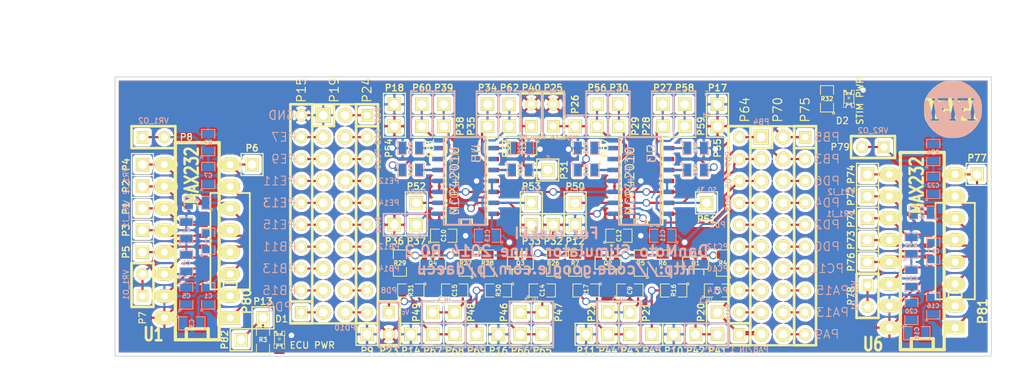
<source format=kicad_pcb>
(kicad_pcb (version 20221018) (generator pcbnew)
  (layers (0 "F.Cu" mixed) (31 "B.Cu" mixed) (34 "B.Paste" user) (35 "F.Paste" user) (36 "B.SilkS" user) (37 "F.SilkS" user) (38 "B.Mask" user) (39 "F.Mask" user) (44 "Edge.Cuts" user))
  (net 0 "")
  (net 1 "/CS_12")
  (net 2 "/CS_34")
  (net 3 "/CS_56")
  (net 4 "/CS_78")
  (net 5 "/EIN_1")
  (net 6 "/EIN_2")
  (net 7 "/EIN_3")
  (net 8 "/EIN_4")
  (net 9 "/IN_1")
  (net 10 "/IN_2")
  (net 11 "/IN_3")
  (net 12 "/IN_4")
  (net 13 "/MISO")
  (net 14 "/MOSI")
  (net 15 "/OUT1")
  (net 16 "/OUT2")
  (net 17 "/OUT3")
  (net 18 "/OUT4")
  (net 19 "/OUT5")
  (net 20 "/OUT6")
  (net 21 "/OUT7")
  (net 22 "/OUT8")
  (net 23 "/SCK")
  (net 24 "/U1-01")
  (net 25 "/U1-02")
  (net 26 "/U1-03")
  (net 27 "/U1-04")
  (net 28 "/U1-05")
  (net 29 "/U1-06")
  (net 30 "/U1-07")
  (net 31 "/U1-08")
  (net 32 "/U1-09")
  (net 33 "/U1-12")
  (net 34 "/U1-13")
  (net 35 "/U1-14")
  (net 36 "/U6-01")
  (net 37 "/U6-02")
  (net 38 "/U6-03")
  (net 39 "/U6-04")
  (net 40 "/U6-05")
  (net 41 "/U6-06")
  (net 42 "/U6-07")
  (net 43 "/U6-08")
  (net 44 "/U6-09")
  (net 45 "/U6-12")
  (net 46 "/U6-13")
  (net 47 "/U6-14")
  (net 48 "/VR1-O1")
  (net 49 "/VR1-O2")
  (net 50 "/VR1_i1")
  (net 51 "/VR1_i2")
  (net 52 "/VR2-O1")
  (net 53 "/VR2-O2")
  (net 54 "/VR2_i1")
  (net 55 "/VR2_i2")
  (net 56 "/Vc")
  (net 57 "/Vd")
  (net 58 "/Vdpu_14")
  (net 59 "/Vdpu_58")
  (net 60 "/Vipu12")
  (net 61 "/Vipu34")
  (net 62 "GND")
  (net 63 "N-000001")
  (net 64 "N-00000102")
  (net 65 "N-00000103")
  (net 66 "N-00000105")
  (net 67 "N-00000107")
  (net 68 "N-00000109")
  (net 69 "N-00000110")
  (net 70 "N-00000112")
  (net 71 "N-00000122")
  (net 72 "N-0000015")
  (net 73 "N-0000016")
  (net 74 "N-0000017")
  (net 75 "N-0000018")
  (net 76 "N-0000019")
  (net 77 "N-000002")
  (net 78 "N-0000020")
  (net 79 "N-0000021")
  (net 80 "N-0000022")
  (net 81 "N-0000023")
  (net 82 "N-0000024")
  (net 83 "N-0000025")
  (net 84 "N-0000026")
  (net 85 "N-0000027")
  (net 86 "N-0000028")
  (net 87 "N-0000029")
  (net 88 "N-0000030")
  (net 89 "N-0000031")
  (net 90 "N-0000032")
  (net 91 "N-0000033")
  (net 92 "N-0000034")
  (net 93 "N-0000035")
  (net 94 "N-0000036")
  (net 95 "N-0000037")
  (net 96 "N-0000038")
  (net 97 "N-000004")
  (net 98 "N-0000048")
  (net 99 "N-000005")
  (net 100 "N-0000053")
  (net 101 "N-0000054")
  (net 102 "N-0000055")
  (net 103 "N-0000056")
  (net 104 "N-0000057")
  (net 105 "N-0000058")
  (net 106 "N-0000059")
  (net 107 "N-000006")
  (net 108 "N-0000060")
  (net 109 "N-0000065")
  (net 110 "N-000007")
  (net 111 "N-0000077")
  (net 112 "N-000008")
  (net 113 "N-0000082")
  (net 114 "N-0000087")
  (net 115 "N-0000088")
  (net 116 "N-0000089")
  (net 117 "N-000009")
  (net 118 "N-0000090")
  (net 119 "N-0000091")
  (net 120 "N-0000092")
  (net 121 "N-0000095")
  (net 122 "N-0000097")
  (footprint "SM0805" (layer "F.Cu") (at 158.75 76.2)
    (fp_text reference "C12")
    (fp_text value "0.1uF" hide)
  )
  (footprint "SM0805" (layer "F.Cu") (at 170.18 82.55)
    (fp_text reference "C8")
    (fp_text value "100 pF" hide)
  )
  (footprint "SM0805" (layer "F.Cu") (at 160.02 82.55)
    (fp_text reference "C9")
    (fp_text value "100 pF" hide)
  )
  (footprint "SM0805" (layer "F.Cu") (at 149.86 82.55)
    (fp_text reference "C14")
    (fp_text value "100 pF" hide)
  )
  (footprint "SM0805" (layer "F.Cu") (at 139.7 82.55)
    (fp_text reference "C15")
    (fp_text value "100 pF" hide)
  )
  (footprint "sot23" (layer "F.Cu") (at 167.64 79.375)
    (fp_text reference "Q1")
    (fp_text value "2N7002" hide)
  )
  (footprint "sot23" (layer "F.Cu") (at 157.48 79.375)
    (fp_text reference "Q2")
    (fp_text value "2N7002" hide)
  )
  (footprint "sot23" (layer "F.Cu") (at 147.32 79.375)
    (fp_text reference "Q3")
    (fp_text value "2N7002" hide)
  )
  (footprint "sot23" (layer "F.Cu") (at 137.16 79.375)
    (fp_text reference "Q4")
    (fp_text value "2N7002" hide)
  )
  (footprint "SM0805" (layer "F.Cu") (at 167.64 68.58 180)
    (fp_text reference "R8")
    (fp_text value "0" hide)
  )
  (footprint "SM0805" (layer "F.Cu") (at 167.64 66.04 180)
    (fp_text reference "R9")
    (fp_text value "0" hide)
  )
  (footprint "SM0805" (layer "F.Cu") (at 154.94 68.58 180)
    (fp_text reference "R18")
    (fp_text value "0" hide)
  )
  (footprint "SM0805" (layer "F.Cu") (at 154.94 66.04 180)
    (fp_text reference "R19")
    (fp_text value "0" hide)
  )
  (footprint "SM0805" (layer "F.Cu") (at 170.815 79.375 90)
    (fp_text reference "R4")
    (fp_text value "10k" hide)
  )
  (footprint "SM0805" (layer "F.Cu") (at 161.29 79.375 90)
    (fp_text reference "R5")
    (fp_text value "10k" hide)
  )
  (footprint "SM0805" (layer "F.Cu") (at 151.13 79.375 90)
    (fp_text reference "R26")
    (fp_text value "10k" hide)
  )
  (footprint "SM0805" (layer "F.Cu") (at 140.97 79.375 90)
    (fp_text reference "R27")
    (fp_text value "10k" hide)
  )
  (footprint "SM0805" (layer "F.Cu") (at 163.83 79.375 -90)
    (fp_text reference "R6")
    (fp_text value "10k" hide)
  )
  (footprint "SM0805" (layer "F.Cu") (at 153.67 79.375 -90)
    (fp_text reference "R7")
    (fp_text value "10k" hide)
  )
  (footprint "SM0805" (layer "F.Cu") (at 143.51 79.375 -90)
    (fp_text reference "R28")
    (fp_text value "10k" hide)
  )
  (footprint "SM0805" (layer "F.Cu") (at 133.35 79.375 -90)
    (fp_text reference "R29")
    (fp_text value "10k" hide)
  )
  (footprint "SM0805" (layer "F.Cu") (at 165.1 82.55 180)
    (fp_text reference "R16")
    (fp_text value "10k" hide)
  )
  (footprint "SM0805" (layer "F.Cu") (at 154.94 82.55 180)
    (fp_text reference "R17")
    (fp_text value "10k" hide)
  )
  (footprint "SM0805" (layer "F.Cu") (at 144.78 82.55 180)
    (fp_text reference "R30")
    (fp_text value "10k" hide)
  )
  (footprint "SM0805" (layer "F.Cu") (at 134.62 82.55 180)
    (fp_text reference "R31")
    (fp_text value "10k" hide)
  )
  (footprint "SO14N" (layer "F.Cu") (at 161.29 69.85 90)
    (fp_text reference "U2")
    (fp_text value "MCP42010")
  )
  (footprint "SO14N" (layer "F.Cu") (at 140.97 69.85 90)
    (fp_text reference "U4")
    (fp_text value "MCP42010")
  )
  (footprint "SM0805" (layer "F.Cu") (at 134.62 66.04 180)
    (fp_text reference "R23")
    (fp_text value "0" hide)
  )
  (footprint "SM0805" (layer "F.Cu") (at 134.62 68.58 180)
    (fp_text reference "R22")
    (fp_text value "0" hide)
  )
  (footprint "SM0805" (layer "F.Cu") (at 147.32 68.58 180)
    (fp_text reference "R12")
    (fp_text value "0" hide)
  )
  (footprint "SM0805" (layer "F.Cu") (at 138.43 76.2)
    (fp_text reference "C10")
    (fp_text value "0.1uF" hide)
  )
  (footprint "SM0805" (layer "F.Cu") (at 147.701 66.04 180)
    (fp_text reference "R13")
    (fp_text value "0" hide)
  )
  (footprint "PIN_ARRAY_1" (layer "F.Cu") (at 132.715 60.96)
    (fp_text reference "P18")
    (fp_text value "CONN_1" hide)
  )
  (footprint "PIN_ARRAY_1" (layer "F.Cu") (at 153.67 63.5 -90)
    (fp_text reference "P26")
    (fp_text value "CONN_1" hide)
  )
  (footprint "PIN_ARRAY_1" (layer "F.Cu") (at 163.83 60.96)
    (fp_text reference "P27")
    (fp_text value "CONN_1" hide)
  )
  (footprint "PIN_ARRAY_1" (layer "F.Cu") (at 163.83 63.5 90)
    (fp_text reference "P28")
    (fp_text value "CONN_1" hide)
  )
  (footprint "PIN_ARRAY_1" (layer "F.Cu") (at 158.75 63.5 -90)
    (fp_text reference "P29")
    (fp_text value "CONN_1" hide)
  )
  (footprint "PIN_ARRAY_1" (layer "F.Cu") (at 158.75 60.96)
    (fp_text reference "P30")
    (fp_text value "CONN_1" hide)
  )
  (footprint "PIN_ARRAY_1" (layer "F.Cu") (at 143.51 60.96)
    (fp_text reference "P34")
    (fp_text value "CONN_1" hide)
  )
  (footprint "PIN_ARRAY_1" (layer "F.Cu") (at 143.51 63.5 90)
    (fp_text reference "P35")
    (fp_text value "CONN_1" hide)
  )
  (footprint "PIN_ARRAY_1" (layer "F.Cu") (at 153.67 72.39)
    (fp_text reference "P50")
    (fp_text value "CONN_1" hide)
  )
  (footprint "PIN_ARRAY_1" (layer "F.Cu") (at 168.91 72.39 180)
    (fp_text reference "P51")
    (fp_text value "CONN_1" hide)
  )
  (footprint "PIN_ARRAY_1" (layer "F.Cu") (at 135.255 72.39)
    (fp_text reference "P52")
    (fp_text value "CONN_1" hide)
  )
  (footprint "PIN_ARRAY_1" (layer "F.Cu") (at 132.715 63.5 180)
    (fp_text reference "P54")
    (fp_text value "CONN_1" hide)
  )
  (footprint "PIN_ARRAY_1" (layer "F.Cu") (at 156.21 60.96)
    (fp_text reference "P56")
    (fp_text value "CONN_1" hide)
  )
  (footprint "PIN_ARRAY_1" (layer "F.Cu") (at 156.21 63.5 90)
    (fp_text reference "P57")
    (fp_text value "CONN_1" hide)
  )
  (footprint "PIN_ARRAY_1" (layer "F.Cu") (at 166.37 60.96)
    (fp_text reference "P58")
    (fp_text value "CONN_1" hide)
  )
  (footprint "PIN_ARRAY_1" (layer "F.Cu") (at 166.37 63.5 -90)
    (fp_text reference "P59")
    (fp_text value "CONN_1" hide)
  )
  (footprint "PIN_ARRAY_1" (layer "F.Cu") (at 135.89 60.96)
    (fp_text reference "P60")
    (fp_text value "CONN_1" hide)
  )
  (footprint "PIN_ARRAY_1" (layer "F.Cu") (at 135.89 63.5 180)
    (fp_text reference "P61")
    (fp_text value "CONN_1" hide)
  )
  (footprint "PIN_ARRAY_1" (layer "F.Cu") (at 170.18 85.09 90)
    (fp_text reference "P20")
    (fp_text value "CONN_1" hide)
  )
  (footprint "PIN_ARRAY_1" (layer "F.Cu") (at 160.02 85.09 -90)
    (fp_text reference "P21")
    (fp_text value "CONN_1" hide)
  )
  (footprint "PIN_ARRAY_1" (layer "F.Cu") (at 157.48 85.09 90)
    (fp_text reference "P22")
    (fp_text value "CONN_1" hide)
  )
  (footprint "PIN_ARRAY_1" (layer "F.Cu") (at 147.32 85.09 90)
    (fp_text reference "P46")
    (fp_text value "CONN_1" hide)
  )
  (footprint "PIN_ARRAY_1" (layer "F.Cu") (at 149.86 85.09 -90)
    (fp_text reference "P47")
    (fp_text value "CONN_1" hide)
  )
  (footprint "PIN_ARRAY_1" (layer "F.Cu") (at 139.7 85.09 -90)
    (fp_text reference "P48")
    (fp_text value "CONN_1" hide)
  )
  (footprint "PIN_ARRAY_1" (layer "F.Cu") (at 137.16 85.09 90)
    (fp_text reference "P49")
    (fp_text value "CONN_1" hide)
  )
  (footprint "SIL-2" (layer "F.Cu") (at 132.08 86.36 -90)
    (fp_text reference "P23")
    (fp_text value "TEST" hide)
  )
  (footprint "PIN_ARRAY_1" (layer "F.Cu") (at 170.18 87.63 180)
    (fp_text reference "P41")
    (fp_text value "CONN_1" hide)
  )
  (footprint "PIN_ARRAY_1" (layer "F.Cu") (at 167.64 87.63 180)
    (fp_text reference "P42")
    (fp_text value "CONN_1" hide)
  )
  (footprint "PIN_ARRAY_1" (layer "F.Cu") (at 160.02 87.63 180)
    (fp_text reference "P43")
    (fp_text value "CONN_1" hide)
  )
  (footprint "PIN_ARRAY_1" (layer "F.Cu") (at 157.48 87.63 180)
    (fp_text reference "P44")
    (fp_text value "CONN_1" hide)
  )
  (footprint "PIN_ARRAY_1" (layer "F.Cu") (at 149.86 87.63 180)
    (fp_text reference "P65")
    (fp_text value "CONN_1" hide)
  )
  (footprint "PIN_ARRAY_1" (layer "F.Cu") (at 147.32 87.63 180)
    (fp_text reference "P66")
    (fp_text value "CONN_1" hide)
  )
  (footprint "PIN_ARRAY_1" (layer "F.Cu") (at 137.16 87.63 180)
    (fp_text reference "P67")
    (fp_text value "CONN_1" hide)
  )
  (footprint "PIN_ARRAY_1" (layer "F.Cu") (at 139.7 87.63 180)
    (fp_text reference "P68")
    (fp_text value "CONN_1" hide)
  )
  (footprint "PIN_ARRAY_1" (layer "F.Cu") (at 162.56 87.63 180)
    (fp_text reference "P45")
    (fp_text value "CONN_1" hide)
  )
  (footprint "PIN_ARRAY_1" (layer "F.Cu") (at 129.54 87.63 180)
    (fp_text reference "P9")
    (fp_text value "CONN_1" hide)
  )
  (footprint "PIN_ARRAY_1" (layer "F.Cu") (at 165.1 87.63 180)
    (fp_text reference "P10")
    (fp_text value "CONN_1" hide)
  )
  (footprint "PIN_ARRAY_1" (layer "F.Cu") (at 154.94 87.63 180)
    (fp_text reference "P11")
    (fp_text value "CONN_1" hide)
  )
  (footprint "PIN_ARRAY_1" (layer "F.Cu") (at 153.67 74.93 180)
    (fp_text reference "P12")
    (fp_text value "CONN_1" hide)
  )
  (footprint "PIN_ARRAY_1" (layer "F.Cu") (at 134.62 87.63 180)
    (fp_text reference "P14")
    (fp_text value "CONN_1" hide)
  )
  (footprint "PIN_ARRAY_1" (layer "F.Cu") (at 144.78 87.63 180)
    (fp_text reference "P16")
    (fp_text value "CONN_1" hide)
  )
  (footprint "PIN_ARRAY_1" (layer "F.Cu") (at 170.18 60.96)
    (fp_text reference "P17")
    (fp_text value "CONN_1" hide)
  )
  (footprint "PIN_ARRAY_1" (layer "F.Cu") (at 148.59 74.93 180)
    (fp_text reference "P33")
    (fp_text value "CONN_1" hide)
  )
  (footprint "PIN_ARRAY_1" (layer "F.Cu") (at 135.255 74.93 180)
    (fp_text reference "P37")
    (fp_text value "CONN_1" hide)
  )
  (footprint "PIN_ARRAY_1" (layer "F.Cu") (at 138.43 63.5 -90)
    (fp_text reference "P38")
    (fp_text value "CONN_1" hide)
  )
  (footprint "PIN_ARRAY_1" (layer "F.Cu") (at 138.43 60.96)
    (fp_text reference "P39")
    (fp_text value "CONN_1" hide)
  )
  (footprint "PIN_ARRAY_1" (layer "F.Cu") (at 148.59 72.39)
    (fp_text reference "P53")
    (fp_text value "CONN_1" hide)
  )
  (footprint "PIN_ARRAY_1" (layer "F.Cu") (at 146.05 60.96)
    (fp_text reference "P62")
    (fp_text value "CONN_1" hide)
  )
  (footprint "PIN_ARRAY_1" (layer "F.Cu") (at 146.05 63.5 180)
    (fp_text reference "P63")
    (fp_text value "CONN_1" hide)
  )
  (footprint "PIN_ARRAY_1" (layer "F.Cu") (at 150.495 68.58 -90)
    (fp_text reference "P31")
    (fp_text value "CONN_1" hide)
  )
  (footprint "PIN_ARRAY_1" (layer "F.Cu") (at 170.18 63.5 -90)
    (fp_text reference "P55")
    (fp_text value "CONN_1" hide)
  )
  (footprint "PIN_ARRAY_1" (layer "F.Cu") (at 142.24 87.63 180)
    (fp_text reference "P69")
    (fp_text value "CONN_1" hide)
  )
  (footprint "PIN_ARRAY_1" (layer "F.Cu") (at 151.13 74.93 180)
    (fp_text reference "P32")
    (fp_text value "CONN_1" hide)
  )
  (footprint "PIN_ARRAY_1" (layer "F.Cu") (at 132.715 74.93 180)
    (fp_text reference "P36")
    (fp_text value "CONN_1" hide)
  )
  (footprint "SIL-2" (layer "F.Cu") (at 151.13 62.23 90)
    (fp_text reference "P25")
    (fp_text value "TEST" hide)
  )
  (footprint "Pin_Headers:Pin_Header_Straight_2x10" (layer "F.Cu") (at 176.53 76.2 -90)
    (fp_text reference "P70")
    (fp_text value "CONN_10X2" hide)
  )
  (footprint "Pin_Headers:Pin_Header_Straight_2x10" (layer "F.Cu") (at 125.73 73.66 -90)
    (fp_text reference "P19")
    (fp_text value "CONN_10X2" hide)
  )
  (footprint "SIL-10" (layer "F.Cu") (at 129.54 73.66 -90)
    (fp_text reference "P24")
    (fp_text value "CONN_10" hide)
  )
  (footprint "SIL-10" (layer "F.Cu") (at 121.92 73.66 90)
    (fp_text reference "P15")
    (fp_text value "CONN_10" hide)
  )
  (footprint "SIL-10" (layer "F.Cu") (at 180.34 76.2 -90)
    (fp_text reference "P75")
    (fp_text value "CONN_10" hide)
  )
  (footprint "SIL-10" (layer "F.Cu") (at 172.72 76.2 90)
    (fp_text reference "P64")
    (fp_text value "CONN_10" hide)
  )
  (footprint "SIL-2" (layer "F.Cu") (at 148.59 62.23 90)
    (fp_text reference "P40")
    (fp_text value "TEST" hide)
  )
  (footprint "LED-0805" (layer "F.Cu") (at 185.42 60.325 90)
    (fp_text reference "D2")
    (fp_text value "STIM PWR")
  )
  (footprint "LED-0805" (layer "F.Cu") (at 119.38 88.265 90)
    (fp_text reference "D1")
    (fp_text value "ECU PWR")
  )
  (footprint "SM0805" (layer "F.Cu") (at 182.88 60.325 90)
    (fp_text reference "R32")
    (fp_text value "700R" hide)
  )
  (footprint "SM0805" (layer "F.Cu") (at 117.475 88.265 90)
    (fp_text reference "R3")
    (fp_text value "700R" hide)
  )
  (footprint "DIP-16__300_ELL" (layer "F.Cu") (at 193.929 77.978 90)
    (fp_text reference "U6")
    (fp_text value "MAX232")
  )
  (footprint "DIP-16__300_ELL" (layer "F.Cu") (at 109.855 76.835 90)
    (fp_text reference "U1")
    (fp_text value "MAX232")
  )
  (footprint "PIN_ARRAY_1" (layer "F.Cu") (at 117.475 85.725)
    (fp_text reference "P13")
    (fp_text value "CONN_1" hide)
  )
  (footprint "SIL-2" (layer "F.Cu") (at 188.214 65.913 180)
    (fp_text reference "P79")
    (fp_text value "TEST" hide)
  )
  (footprint "PIN_ARRAY_1" (layer "F.Cu") (at 187.579 79.248 90)
    (fp_text reference "P76")
    (fp_text value "CONN_1" hide)
  )
  (footprint "PIN_ARRAY_1" (layer "F.Cu") (at 200.279 69.088)
    (fp_text reference "P77")
    (fp_text value "CONN_1" hide)
  )
  (footprint "SIL-2" (layer "F.Cu") (at 187.579 83.185 -90)
    (fp_text reference "P78")
    (fp_text value "TEST" hide)
  )
  (footprint "PIN_ARRAY_1" (layer "F.Cu") (at 187.579 69.088 90)
    (fp_text reference "P74")
    (fp_text value "CONN_1" hide)
  )
  (footprint "PIN_ARRAY_1" (layer "F.Cu") (at 187.579 76.708 90)
    (fp_text reference "P73")
    (fp_text value "CONN_1" hide)
  )
  (footprint "PIN_ARRAY_1" (layer "F.Cu") (at 187.579 71.628 90)
    (fp_text reference "P72")
    (fp_text value "CONN_1" hide)
  )
  (footprint "PIN_ARRAY_1" (layer "F.Cu") (at 187.579 74.168 90)
    (fp_text reference "P71")
    (fp_text value "CONN_1" hide)
  )
  (footprint "PIN_ARRAY_1" (layer "F.Cu") (at 103.505 73.025 90)
    (fp_text reference "P1")
    (fp_text value "CONN_1" hide)
  )
  (footprint "SIL-2" (layer "F.Cu") (at 104.775 64.77)
    (fp_text reference "P8")
    (fp_text value "TEST" hide)
  )
  (footprint "PIN_ARRAY_1" (layer "F.Cu") (at 103.505 78.105 90)
    (fp_text reference "P5")
    (fp_text value "CONN_1" hide)
  )
  (footprint "PIN_ARRAY_1" (layer "F.Cu") (at 116.205 67.945)
    (fp_text reference "P6")
    (fp_text value "CONN_1" hide)
  )
  (footprint "SIL-2" (layer "F.Cu") (at 103.505 81.915 90)
    (fp_text reference "P7")
    (fp_text value "TEST" hide)
  )
  (footprint "PIN_ARRAY_1" (layer "F.Cu") (at 103.505 67.945 90)
    (fp_text reference "P4")
    (fp_text value "CONN_1" hide)
  )
  (footprint "PIN_ARRAY_1" (layer "F.Cu") (at 103.505 75.565 90)
    (fp_text reference "P3")
    (fp_text value "CONN_1" hide)
  )
  (footprint "PIN_ARRAY_1" (layer "F.Cu") (at 103.505 70.485 90)
    (fp_text reference "P2")
    (fp_text value "CONN_1" hide)
  )
  (footprint "SO16N" (layer "F.Cu") (at 113.665 76.835 90)
    (fp_text reference "P80")
    (fp_text value "DIL16" hide)
  )
  (footprint "SO16N" (layer "F.Cu") (at 197.739 77.978 90)
    (fp_text reference "P81")
    (fp_text value "DIL16" hide)
  )
  (footprint "LOGO" (layer "F.Cu") (at 197.485 61.595)
    (fp_text reference "G***" hide)
    (fp_text value "LOGO" hide)
  )
  (footprint "PIN_ARRAY_1" (layer "F.Cu") (at 114.935 88.265 90)
    (fp_text reference "P82")
    (fp_text value "CONN_1" hide)
  )
  (footprint "SM0805" (layer "B.Cu") (at 163.83 76.2 180)
    (fp_text reference "C11")
    (fp_text value "0.1uF" hide)
  )
  (footprint "SM0805" (layer "B.Cu") (at 154.94 68.58)
    (fp_text reference "R10")
    (fp_text value "0" hide)
  )
  (footprint "SM0805" (layer "B.Cu") (at 154.94 66.04)
    (fp_text reference "R11")
    (fp_text value "0" hide)
  )
  (footprint "SM0805" (layer "B.Cu") (at 167.64 68.58)
    (fp_text reference "R20")
    (fp_text value "0" hide)
  )
  (footprint "SM0805" (layer "B.Cu") (at 167.64 66.04)
    (fp_text reference "R21")
    (fp_text value "0" hide)
  )
  (footprint "SO14N" (layer "B.Cu") (at 161.29 69.85 90)
    (fp_text reference "U3")
    (fp_text value "MCP42010")
  )
  (footprint "SM0805" (layer "B.Cu") (at 143.51 76.2 180)
    (fp_text reference "C13")
    (fp_text value "0.1uF" hide)
  )
  (footprint "SM0805" (layer "B.Cu") (at 134.62 68.58)
    (fp_text reference "R14")
    (fp_text value "0" hide)
  )
  (footprint "SM0805" (layer "B.Cu") (at 134.62 66.04)
    (fp_text reference "R15")
    (fp_text value "0" hide)
  )
  (footprint "SM0805" (layer "B.Cu") (at 147.32 68.58)
    (fp_text reference "R24")
    (fp_text value "0" hide)
  )
  (footprint "SM0805" (layer "B.Cu") (at 147.32 66.04)
    (fp_text reference "R25")
    (fp_text value "0" hide)
  )
  (footprint "SO14N" (layer "B.Cu") (at 140.97 69.85 90)
    (fp_text reference "U5")
    (fp_text value "MCP42010")
  )
  (footprint "SM0805" (layer "B.Cu") (at 193.294 87.503)
    (fp_text reference "C18")
    (fp_text value "1uF" hide)
  )
  (footprint "SM0805" (layer "B.Cu") (at 193.929 73.533 180)
    (fp_text reference "C19")
    (fp_text value "1uF" hide)
  )
  (footprint "SM0805" (layer "B.Cu") (at 192.659 81.153 90)
    (fp_text reference "C21")
    (fp_text value "1uF" hide)
  )
  (footprint "SM0805" (layer "B.Cu") (at 192.659 77.343 90)
    (fp_text reference "R33")
    (fp_text value "10k" hide)
  )
  (footprint "SM0805" (layer "B.Cu") (at 195.199 70.358 90)
    (fp_text reference "C22")
    (fp_text value "1uF" hide)
  )
  (footprint "SM0805" (layer "B.Cu") (at 195.199 66.548 90)
    (fp_text reference "R34")
    (fp_text value "10k" hide)
  )
  (footprint "SM0805" (layer "B.Cu") (at 195.199 77.978 90)
    (fp_text reference "C17")
    (fp_text value "1uF" hide)
  )
  (footprint "SM0805" (layer "B.Cu") (at 195.199 84.328 90)
    (fp_text reference "C16")
    (fp_text value "1uF" hide)
  )
  (footprint "SM0805" (layer "B.Cu") (at 192.659 84.963 90)
    (fp_text reference "C20")
    (fp_text value "1uF" hide)
  )
  (footprint "SM0805" (layer "B.Cu") (at 111.125 65.405 90)
    (fp_text reference "R2")
    (fp_text value "10k" hide)
  )
  (footprint "SM0805" (layer "B.Cu") (at 111.125 69.215 90)
    (fp_text reference "C7")
    (fp_text value "1uF" hide)
  )
  (footprint "SM0805" (layer "B.Cu") (at 108.585 75.565 90)
    (fp_text reference "R1")
    (fp_text value "10k" hide)
  )
  (footprint "SM0805" (layer "B.Cu") (at 108.585 79.375 90)
    (fp_text reference "C6")
    (fp_text value "1uF" hide)
  )
  (footprint "SM0805" (layer "B.Cu") (at 109.855 72.39 180)
    (fp_text reference "C4")
    (fp_text value "1uF" hide)
  )
  (footprint "SM0805" (layer "B.Cu") (at 109.22 86.36)
    (fp_text reference "C3")
    (fp_text value "1uF" hide)
  )
  (footprint "SM0805" (layer "B.Cu") (at 111.125 76.835 90)
    (fp_text reference "C2")
    (fp_text value "1uF" hide)
  )
  (footprint "SM0805" (layer "B.Cu") (at 111.125 83.185 90)
    (fp_text reference "C1")
    (fp_text value "1uF" hide)
  )
  (footprint "SM0805" (layer "B.Cu") (at 108.585 83.185 90)
    (fp_text reference "C5")
    (fp_text value "1uF" hide)
  )
  (footprint "LOGO_F" (layer "B.Cu") (at 197.485 61.595)
    (fp_text reference "G***" hide)
    (fp_text value "LOGO_F" hide)
  )
  (gr_line (start 149.86 64.135) (end 149.86 59.436) (stroke (width 0.2)) (layer "B.SilkS"))
  (gr_line (start 148.082 59.436) (end 146.558 59.436) (stroke (width 0.2)) (layer "B.SilkS"))
  (gr_line (start 155.702 59.436) (end 154.94 59.436) (stroke (width 0.2)) (layer "B.SilkS"))
  (gr_line (start 157.48 83.82) (end 156.21 83.82) (stroke (width 0.2)) (layer "B.SilkS"))
  (gr_line (start 146.05 89.154) (end 147.32 89.154) (stroke (width 0.2)) (layer "B.SilkS"))
  (gr_line (start 146.05 86.36) (end 146.05 89.154) (stroke (width 0.2)) (layer "B.SilkS"))
  (gr_line (start 147.32 64.135) (end 147.32 59.436) (stroke (width 0.2)) (layer "B.SilkS"))
  (gr_line (start 136.525 73.66) (end 131.445 73.66) (stroke (width 0.2)) (layer "B.SilkS"))
  (gr_line (start 135.89 86.36) (end 140.97 86.36) (stroke (width 0.2)) (layer "B.SilkS"))
  (gr_line (start 130.937 89.154) (end 130.937 83.947) (stroke (width 0.2)) (layer "B.SilkS"))
  (gr_line (start 139.7 64.77) (end 139.7 59.436) (stroke (width 0.2)) (layer "B.SilkS"))
  (gr_line (start 152.4 62.23) (end 152.4 59.436) (stroke (width 0.2)) (layer "B.SilkS"))
  (gr_line (start 140.97 86.36) (end 140.97 83.82) (stroke (width 0.2)) (layer "B.SilkS"))
  (gr_line (start 152.4 64.135) (end 152.4 64.262) (stroke (width 0.2)) (layer "B.SilkS"))
  (gr_line (start 140.97 83.82) (end 139.446 83.82) (stroke (width 0.2)) (layer "B.SilkS"))
  (gr_line (start 156.21 89.154) (end 157.48 89.154) (stroke (width 0.2)) (layer "B.SilkS"))
  (gr_line (start 167.64 89.154) (end 166.37 89.154) (stroke (width 0.2)) (layer "B.SilkS"))
  (gr_line (start 166.37 86.36) (end 171.45 86.36) (stroke (width 0.2)) (layer "B.SilkS"))
  (gr_line (start 151.13 86.36) (end 151.13 83.82) (stroke (width 0.2)) (layer "B.SilkS"))
  (gr_line (start 150.622 59.436) (end 149.098 59.436) (stroke (width 0.2)) (layer "B.SilkS"))
  (gr_line (start 135.89 86.36) (end 135.89 89.154) (stroke (width 0.2)) (layer "B.SilkS"))
  (gr_line (start 133.223 83.947) (end 133.223 84.455) (stroke (width 0.2)) (layer "B.SilkS"))
  (gr_line (start 167.64 64.77) (end 167.64 59.436) (stroke (width 0.2)) (layer "B.SilkS"))
  (gr_line (start 160.02 59.436) (end 159.258 59.436) (stroke (width 0.2)) (layer "B.SilkS"))
  (gr_line (start 144.78 59.436) (end 144.78 64.77) (stroke (width 0.2)) (layer "B.SilkS"))
  (gr_line (start 171.45 89.154) (end 170.18 89.154) (stroke (width 0.2)) (layer "B.SilkS"))
  (gr_line (start 152.4 62.611) (end 152.4 62.738) (stroke (width 0.2)) (layer "B.SilkS"))
  (gr_line (start 146.05 83.82) (end 146.05 86.36) (stroke (width 0.2)) (layer "B.SilkS"))
  (gr_line (start 137.414 83.82) (end 136.017 83.82) (stroke (width 0.2)) (layer "B.SilkS"))
  (gr_line (start 131.318 89.154) (end 130.937 89.154) (stroke (width 0.2)) (layer "B.SilkS"))
  (gr_line (start 135.89 83.82) (end 135.89 86.36) (stroke (width 0.2)) (layer "B.SilkS"))
  (gr_line (start 171.45 86.36) (end 171.45 89.154) (stroke (width 0.2)) (layer "B.SilkS"))
  (gr_line (start 133.985 73.66) (end 133.985 75.692) (stroke (width 0.2)) (layer "B.SilkS"))
  (gr_line (start 137.16 59.436) (end 137.16 64.77) (stroke (width 0.2)) (layer "B.SilkS"))
  (gr_line (start 145.542 59.436) (end 144.018 59.436) (stroke (width 0.2)) (layer "B.SilkS"))
  (gr_line (start 156.21 86.36) (end 161.29 86.36) (stroke (width 0.2)) (layer "B.SilkS"))
  (gr_line (start 158.242 59.436) (end 156.718 59.436) (stroke (width 0.2)) (layer "B.SilkS"))
  (gr_line (start 142.24 59.436) (end 142.24 64.77) (stroke (width 0.2)) (layer "B.SilkS"))
  (gr_line (start 156.21 83.82) (end 156.21 86.36) (stroke (width 0.2)) (layer "B.SilkS"))
  (gr_line (start 166.37 89.154) (end 166.37 86.36) (stroke (width 0.2)) (layer "B.SilkS"))
  (gr_line (start 161.29 86.36) (end 161.29 83.82) (stroke (width 0.2)) (layer "B.SilkS"))
  (gr_line (start 157.48 59.436) (end 157.48 64.77) (stroke (width 0.2)) (layer "B.SilkS"))
  (gr_line (start 154.94 62.23) (end 152.4 62.23) (stroke (width 0.2)) (layer "B.SilkS"))
  (gr_line (start 133.223 89.154) (end 132.842 89.154) (stroke (width 0.2)) (layer "B.SilkS"))
  (gr_line (start 136.017 83.82) (end 135.89 83.82) (stroke (width 0.2)) (layer "B.SilkS"))
  (gr_line (start 131.445 73.66) (end 131.445 76.2) (stroke (width 0.2)) (layer "B.SilkS"))
  (gr_line (start 134.62 59.436) (end 134.62 64.77) (stroke (width 0.2)) (layer "B.SilkS"))
  (gr_line (start 140.97 89.154) (end 140.97 86.36) (stroke (width 0.2)) (layer "B.SilkS"))
  (gr_line (start 151.13 83.82) (end 149.86 83.82) (stroke (width 0.2)) (layer "B.SilkS"))
  (gr_line (start 136.525 73.66) (end 136.525 75.692) (stroke (width 0.2)) (layer "B.SilkS"))
  (gr_line (start 152.4 63.627) (end 152.4 63.754) (stroke (width 0.2)) (layer "B.SilkS"))
  (gr_line (start 163.322 59.436) (end 162.56 59.436) (stroke (width 0.2)) (layer "B.SilkS"))
  (gr_line (start 156.21 86.36) (end 156.21 89.154) (stroke (width 0.2)) (layer "B.SilkS"))
  (gr_line (start 151.13 89.154) (end 151.13 86.36) (stroke (width 0.2)) (layer "B.SilkS"))
  (gr_line (start 130.937 83.947) (end 133.223 83.947) (stroke (width 0.2)) (layer "B.SilkS"))
  (gr_line (start 143.002 59.436) (end 142.24 59.436) (stroke (width 0.2)) (layer "B.SilkS"))
  (gr_line (start 152.4 59.436) (end 151.765 59.436) (stroke (width 0.2)) (layer "B.SilkS"))
  (gr_line (start 162.56 59.436) (end 162.56 64.77) (stroke (width 0.2)) (layer "B.SilkS"))
  (gr_line (start 139.7 89.154) (end 140.97 89.154) (stroke (width 0.2)) (layer "B.SilkS"))
  (gr_line (start 147.32 83.82) (end 146.05 83.82) (stroke (width 0.2)) (layer "B.SilkS"))
  (gr_line (start 136.398 59.436) (end 137.922 59.436) (stroke (width 0.2)) (layer "B.SilkS"))
  (gr_line (start 167.64 59.436) (end 166.878 59.436) (stroke (width 0.2)) (layer "B.SilkS"))
  (gr_line (start 152.4 63.119) (end 152.4 63.246) (stroke (width 0.2)) (layer "B.SilkS"))
  (gr_line (start 146.05 86.36) (end 151.13 86.36) (stroke (width 0.2)) (layer "B.SilkS"))
  (gr_line (start 133.223 85.725) (end 133.223 89.154) (stroke (width 0.2)) (layer "B.SilkS"))
  (gr_line (start 165.862 59.436) (end 164.338 59.436) (stroke (width 0.2)) (layer "B.SilkS"))
  (gr_line (start 149.86 89.154) (end 151.13 89.154) (stroke (width 0.2)) (layer "B.SilkS"))
  (gr_line (start 135.382 59.436) (end 134.62 59.436) (stroke (width 0.2)) (layer "B.SilkS"))
  (gr_line (start 154.94 59.436) (end 154.94 64.77) (stroke (width 0.2)) (layer "B.SilkS"))
  (gr_line (start 160.02 64.77) (end 160.02 59.436) (stroke (width 0.2)) (layer "B.SilkS"))
  (gr_line (start 165.1 59.436) (end 165.1 64.77) (stroke (width 0.2)) (layer "B.SilkS"))
  (gr_line (start 161.29 86.36) (end 161.29 89.154) (stroke (width 0.2)) (layer "B.SilkS"))
  (gr_line (start 135.89 89.154) (end 137.16 89.154) (stroke (width 0.2)) (layer "B.SilkS"))
  (gr_line (start 161.29 83.82) (end 160.02 83.82) (stroke (width 0.2)) (layer "B.SilkS"))
  (gr_line (start 139.7 59.436) (end 138.938 59.436) (stroke (width 0.2)) (layer "B.SilkS"))
  (gr_line (start 161.29 89.154) (end 160.02 89.154) (stroke (width 0.2)) (layer "B.SilkS"))
  (gr_line (start 131.445 76.2) (end 131.953 76.2) (stroke (width 0.2)) (layer "B.SilkS"))
  (gr_line (start 156.21 86.36) (end 157.988 86.36) (stroke (width 0.2)) (layer "F.SilkS"))
  (gr_line (start 161.29 86.36) (end 159.512 86.36) (stroke (width 0.2)) (layer "F.SilkS"))
  (gr_line (start 152.4 76.2) (end 151.892 76.2) (stroke (width 0.2)) (layer "F.SilkS"))
  (gr_line (start 171.45 83.82) (end 171.45 88.9) (stroke (width 0.2)) (layer "F.SilkS"))
  (gr_line (start 149.86 73.66) (end 149.86 75.692) (stroke (width 0.2)) (layer "F.SilkS"))
  (gr_line (start 161.29 88.9) (end 160.02 88.9) (stroke (width 0.2)) (layer "F.SilkS"))
  (gr_line (start 146.05 86.36) (end 147.828 86.36) (stroke (width 0.2)) (layer "F.SilkS"))
  (gr_line (start 166.37 88.9) (end 167.64 88.9) (stroke (width 0.2)) (layer "F.SilkS"))
  (gr_line (start 156.21 88.9) (end 157.48 88.9) (stroke (width 0.2)) (layer "F.SilkS"))
  (gr_line (start 135.89 83.82) (end 135.89 88.9) (stroke (width 0.2)) (layer "F.SilkS"))
  (gr_line (start 147.32 73.66) (end 152.4 73.66) (stroke (width 0.2)) (layer "F.SilkS"))
  (gr_line (start 156.21 83.82) (end 156.21 88.9) (stroke (width 0.2)) (layer "F.SilkS"))
  (gr_line (start 156.21 83.82) (end 161.29 83.82) (stroke (width 0.2)) (layer "F.SilkS"))
  (gr_line (start 140.97 83.82) (end 140.97 88.9) (stroke (width 0.2)) (layer "F.SilkS"))
  (gr_line (start 151.13 88.9) (end 149.86 88.9) (stroke (width 0.2)) (layer "F.SilkS"))
  (gr_line (start 171.45 86.36) (end 169.672 86.36) (stroke (width 0.2)) (layer "F.SilkS"))
  (gr_line (start 171.45 83.82) (end 168.91 83.82) (stroke (width 0.2)) (layer "F.SilkS"))
  (gr_line (start 147.32 73.66) (end 147.32 75.692) (stroke (width 0.2)) (layer "F.SilkS"))
  (gr_line (start 161.29 83.82) (end 161.29 88.9) (stroke (width 0.2)) (layer "F.SilkS"))
  (gr_line (start 146.05 88.9) (end 147.32 88.9) (stroke (width 0.2)) (layer "F.SilkS"))
  (gr_line (start 168.91 83.82) (end 168.91 85.344) (stroke (width 0.2)) (layer "F.SilkS"))
  (gr_line (start 162.56 64.77) (end 167.64 64.77) (stroke (width 0.2)) (layer "F.SilkS"))
  (gr_line (start 166.37 86.36) (end 168.148 86.36) (stroke (width 0.2)) (layer "F.SilkS"))
  (gr_line (start 135.89 88.9) (end 137.16 88.9) (stroke (width 0.2)) (layer "F.SilkS"))
  (gr_line (start 154.94 64.77) (end 160.02 64.77) (stroke (width 0.2)) (layer "F.SilkS"))
  (gr_line (start 140.97 88.9) (end 139.7 88.9) (stroke (width 0.2)) (layer "F.SilkS"))
  (gr_line (start 135.89 83.82) (end 140.97 83.82) (stroke (width 0.2)) (layer "F.SilkS"))
  (gr_line (start 151.13 86.36) (end 149.352 86.36) (stroke (width 0.2)) (layer "F.SilkS"))
  (gr_line (start 166.37 88.9) (end 166.37 86.36) (stroke (width 0.2)) (layer "F.SilkS"))
  (gr_line (start 140.97 86.36) (end 139.192 86.36) (stroke (width 0.2)) (layer "F.SilkS"))
  (gr_line (start 151.13 83.82) (end 151.13 88.9) (stroke (width 0.2)) (layer "F.SilkS"))
  (gr_line (start 171.45 88.9) (end 170.18 88.9) (stroke (width 0.2)) (layer "F.SilkS"))
  (gr_line (start 146.05 83.82) (end 151.13 83.82) (stroke (width 0.2)) (layer "F.SilkS"))
  (gr_line (start 142.24 64.77) (end 147.32 64.77) (stroke (width 0.2)) (layer "F.SilkS"))
  (gr_line (start 146.05 83.82) (end 146.05 88.9) (stroke (width 0.2)) (layer "F.SilkS"))
  (gr_line (start 135.89 86.36) (end 137.668 86.36) (stroke (width 0.2)) (layer "F.SilkS"))
  (gr_line (start 134.62 64.77) (end 139.7 64.77) (stroke (width 0.2)) (layer "F.SilkS"))
  (gr_line (start 152.4 73.66) (end 152.4 76.2) (stroke (width 0.2)) (layer "F.SilkS"))
  (gr_line (start 201.93 57.785) (end 201.93 90.17) (stroke (width 0.1)) (layer "Edge.Cuts"))
  (gr_line (start 201.93 90.17) (end 100.33 90.17) (stroke (width 0.1)) (layer "Edge.Cuts"))
  (gr_line (start 100.33 90.17) (end 100.33 57.785) (stroke (width 0.1)) (layer "Edge.Cuts"))
  (gr_line (start 100.33 57.785) (end 201.93 57.785) (stroke (width 0.1)) (layer "Edge.Cuts"))
  (gr_text "PB11" (at 119.38 77.47) (layer "B.SilkS") (effects (font (size 1.016 1.016) (thickness 0.10922)) (justify mirror)))
  (gr_text "PB14" (at 132.08 80.01) (layer "B.SilkS") (effects (font (size 0.635 0.635) (thickness 0.10922)) (justify mirror)))
  (gr_text "VR2_O2" (at 188.214 64.008) (layer "B.SilkS") (effects (font (size 0.635 0.635) (thickness 0.10922)) (justify mirror)))
  (gr_text "Vc" (at 133.985 85.09) (layer "B.SilkS") (effects (font (size 0.50038 0.50038) (thickness 0.10922)) (justify mirror)))
  (gr_text "VR1_i1" (at 184.404 73.66) (layer "B.SilkS") (effects (font (size 0.635 0.635) (thickness 0.10922)) (justify mirror)))
  (gr_text "PE10" (at 130.81 67.31 90) (layer "B.SilkS") (effects (font (size 0.635 0.635) (thickness 0.10922)) (justify mirror)))
  (gr_text "5" (at 143.51 59.436) (layer "B.SilkS") (effects (font (size 0.50038 0.50038) (thickness 0.10922)) (justify mirror)))
  (gr_text "PE15" (at 119.38 74.93) (layer "B.SilkS") (effects (font (size 1.016 1.016) (thickness 0.10922)) (justify mirror)))
  (gr_text "7" (at 138.43 59.436) (layer "B.SilkS") (effects (font (size 0.50038 0.50038) (thickness 0.10922)) (justify mirror)))
  (gr_text "PD5" (at 171.45 69.85 90) (layer "B.SilkS") (effects (font (size 0.635 0.635) (thickness 0.10922)) (justify mirror)))
  (gr_text "PB2" (at 130.81 62.23 90) (layer "B.SilkS") (effects (font (size 0.635 0.635) (thickness 0.10922)) (justify mirror)))
  (gr_text "PD7" (at 171.45 67.31 90) (layer "B.SilkS") (effects (font (size 0.635 0.635) (thickness 0.10922)) (justify mirror)))
  (gr_text "2" (at 156.21 59.436) (layer "B.SilkS") (effects (font (size 0.50038 0.50038) (thickness 0.10922)) (justify mirror)))
  (gr_text "PC11" (at 182.88 80.01) (layer "B.SilkS") (effects (font (size 1.016 1.016) (thickness 0.10922)) (justify mirror)))
  (gr_text "For rusEFI\nDanMoto Stimulator June 2014 R0.2\nhttp://code.google.com/p/daecu\n" (at 151.511 77.978) (layer "B.SilkS") (effects (font (size 1.27 1.27) (thickness 0.254)) (justify mirror)))
  (gr_text "PD10" (at 127 86.868) (layer "B.SilkS") (effects (font (size 0.635 0.635) (thickness 0.10922)) (justify mirror)))
  (gr_text "PD8" (at 132.08 82.55) (layer "B.SilkS") (effects (font (size 0.635 0.635) (thickness 0.10922)) (justify mirror)))
  (gr_text "3" (at 158.75 59.436) (layer "B.SilkS") (effects (font (size 0.50038 0.50038) (thickness 0.10922)) (justify mirror)))
  (gr_text "IN_2" (at 158.75 83.693) (layer "B.SilkS") (effects (font (size 0.50038 0.50038) (thickness 0.10922)) (justify mirror)))
  (gr_text "IN_3" (at 148.59 83.693) (layer "B.SilkS") (effects (font (size 0.50038 0.50038) (thickness 0.10922)) (justify mirror)))
  (gr_text "Vd" (at 168.91 62.23) (layer "B.SilkS") (effects (font (size 0.50038 0.50038) (thickness 0.10922)) (justify mirror)))
  (gr_text "PB15" (at 119.38 82.55) (layer "B.SilkS") (effects (font (size 1.016 1.016) (thickness 0.10922)) (justify mirror)))
  (gr_text "8" (at 146.05 59.436) (layer "B.SilkS") (effects (font (size 0.50038 0.50038) (thickness 0.10922)) (justify mirror)))
  (gr_text "Vpu12" (at 162.56 89.154) (layer "B.SilkS") (effects (font (size 0.50038 0.50038) (thickness 0.10922)) (justify mirror)))
  (gr_text "6" (at 135.89 59.436) (layer "B.SilkS") (effects (font (size 0.50038 0.50038) (thickness 0.10922)) (justify mirror)))
  (gr_text "PD6" (at 182.88 69.85) (layer "B.SilkS") (effects (font (size 1.016 1.016) (thickness 0.10922)) (justify mirror)))
  (gr_text "PB12" (at 132.08 77.47) (layer "B.SilkS") (effects (font (size 0.635 0.635) (thickness 0.10922)) (justify mirror)))
  (gr_text "SO_12" (at 153.67 70.866) (layer "B.SilkS") (effects (font (size 0.50038 0.50038) (thickness 0.10922)) (justify mirror)))
  (gr_text "PE11" (at 119.38 69.85) (layer "B.SilkS") (effects (font (size 1.016 1.016) (thickness 0.10922)) (justify mirror)))
  (gr_text "G" (at 134.62 89.154) (layer "B.SilkS") (effects (font (size 0.50038 0.50038) (thickness 0.10922)) (justify mirror)))
  (gr_text "PB5" (at 182.88 64.77) (layer "B.SilkS") (effects (font (size 1.016 1.016) (thickness 0.10922)) (justify mirror)))
  (gr_text "Vpu34" (at 142.24 89.154) (layer "B.SilkS") (effects (font (size 0.50038 0.50038) (thickness 0.10922)) (justify mirror)))
  (gr_text "G" (at 165.1 89.154) (layer "B.SilkS") (effects (font (size 0.50038 0.50038) (thickness 0.10922)) (justify mirror)))
  (gr_text "VR1_i2" (at 101.6 69.85 90) (layer "B.SilkS") (effects (font (size 0.635 0.635) (thickness 0.10922)) (justify mirror)))
  (gr_text "Vdpu_58" (at 148.717 64.77) (layer "B.SilkS") (effects (font (size 0.50038 0.50038) (thickness 0.10922)) (justify mirror)))
  (gr_text "PE8" (at 130.81 64.77 90) (layer "B.SilkS") (effects (font (size 0.635 0.635) (thickness 0.10922)) (justify mirror)))
  (gr_text "SO_78" (at 148.59 70.866) (layer "B.SilkS") (effects (font (size 0.50038 0.50038) (thickness 0.10922)) (justify mirror)))
  (gr_text "PB3" (at 182.88 67.31) (layer "B.SilkS") (effects (font (size 1.016 1.016) (thickness 0.10922)) (justify mirror)))
  (gr_text "VR1_i1" (at 101.6 73.66 90) (layer "B.SilkS") (effects (font (size 0.635 0.635) (thickness 0.10922)) (justify mirror)))
  (gr_text "PA14" (at 170.18 82.55) (layer "B.SilkS") (effects (font (size 0.635 0.635) (thickness 0.10922)) (justify mirror)))
  (gr_text "EIN_4" (at 138.43 89.154) (layer "B.SilkS") (effects (font (size 0.50038 0.50038) (thickness 0.10922)) (justify mirror)))
  (gr_text "GND" (at 119.634 62.23) (layer "B.SilkS") (effects (font (size 1.016 1.016) (thickness 0.127)) (justify mirror)))
  (gr_text "PE12" (at 132.08 69.85) (layer "B.SilkS") (effects (font (size 0.635 0.635) (thickness 0.10922)) (justify mirror)))
  (gr_text "PA8/IN 1" (at 173.863 89.408) (layer "B.SilkS") (effects (font (size 0.635 0.635) (thickness 0.10922)) (justify mirror)))
  (gr_text "IN_4" (at 138.43 83.693) (layer "B.SilkS") (effects (font (size 0.50038 0.50038) (thickness 0.10922)) (justify mirror)))
  (gr_text "PE13" (at 119.38 72.39) (layer "B.SilkS") (effects (font (size 1.016 1.016) (thickness 0.127)) (justify mirror)))
  (gr_text "PA10" (at 171.45 85.09 90) (layer "B.SilkS") (effects (font (size 0.50038 0.50038) (thickness 0.10922)) (justify mirror)))
  (gr_text "Vd" (at 151.13 59.436) (layer "B.SilkS") (effects (font (size 0.50038 0.50038) (thickness 0.10922)) (justify mirror)))
  (gr_text "PA9" (at 182.88 87.63) (layer "B.SilkS") (effects (font (size 1.016 1.016) (thickness 0.10922)) (justify mirror)))
  (gr_text "PD4" (at 182.88 72.39) (layer "B.SilkS") (effects (font (size 1.016 1.016) (thickness 0.10922)) (justify mirror)))
  (gr_text "PE9" (at 119.888 67.31) (layer "B.SilkS") (effects (font (size 1.016 1.016) (thickness 0.10922)) (justify mirror)))
  (gr_text "VR1_i2" (at 184.531 71.12) (layer "B.SilkS") (effects (font (size 0.635 0.635) (thickness 0.10922)) (justify mirror)))
  (gr_text "G" (at 144.78 89.154) (layer "B.SilkS") (effects (font (size 0.50038 0.50038) (thickness 0.10922)) (justify mirror)))
  (gr_text "Vd" (at 151.13 76.2) (layer "B.SilkS") (effects (font (size 0.50038 0.50038) (thickness 0.10922)) (justify mirror)))
  (gr_text "PB13" (at 119.38 80.01) (layer "B.SilkS") (effects (font (size 1.016 1.016) (thickness 0.10922)) (justify mirror)))
  (gr_text "PB4" (at 175.26 62.992) (layer "B.SilkS") (effects (font (size 0.635 0.635) (thickness 0.10922)) (justify mirror)))
  (gr_text "PD0" (at 182.88 77.47) (layer "B.SilkS") (effects (font (size 1.016 1.016) (thickness 0.10922)) (justify mirror)))
  (gr_text "PC10" (at 170.18 80.01) (layer "B.SilkS") (effects (font (size 0.635 0.635) (thickness 0.10922)) (justify mirror)))
  (gr_text "VR2_O1" (at 186.055 83.185 90) (layer "B.SilkS") (effects (font (size 0.635 0.635) (thickness 0.10922)) (justify mirror)))
  (gr_text "SO_56" (at 135.255 71.12) (layer "B.SilkS") (effects (font (size 0.50038 0.50038) (thickness 0.10922)) (justify mirror)))
  (gr_text "CS_56" (at 148.59 76.2) (layer "B.SilkS") (effects (font (size 0.50038 0.50038) (thickness 0.10922)) (justify mirror)))
  (gr_text "G" (at 168.91 59.69) (layer "B.SilkS") (effects (font (size 0.50038 0.50038) (thickness 0.10922)) (justify mirror)))
  (gr_text "PA13" (at 183.515 85.09) (layer "B.SilkS") (effects (font (size 1.016 1.016) (thickness 0.10922)) (justify mirror)))
  (gr_text "VR1_O2" (at 104.775 62.865) (layer "B.SilkS") (effects (font (size 0.635 0.635) (thickness 0.10922)) (justify mirror)))
  (gr_text "CS_78" (at 135.255 76.2) (layer "B.SilkS") (effects (font (size 0.50038 0.50038) (thickness 0.10922)) (justify mirror)))
  (gr_text "Vdpu_14" (at 152.4 64.77) (layer "B.SilkS") (effects (font (size 0.50038 0.50038) (thickness 0.10922)) (justify mirror)))
  (gr_text "PE10" (at 130.81 74.93 270) (layer "B.SilkS") (effects (font (size 0.50038 0.50038) (thickness 0.10922)) (justify mirror)))
  (gr_text "PA15" (at 183.515 82.55) (layer "B.SilkS") (effects (font (size 1.016 1.016) (thickness 0.10922)) (justify mirror)))
  (gr_text "4" (at 166.37 59.436) (layer "B.SilkS") (effects (font (size 0.50038 0.50038) (thickness 0.10922)) (justify mirror)))
  (gr_text "G" (at 150.495 67.183) (layer "B.SilkS") (effects (font (size 0.50038 0.50038) (thickness 0.10922)) (justify mirror)))
  (gr_text "VR1_O1" (at 101.6 81.915 90) (layer "B.SilkS") (effects (font (size 0.635 0.635) (thickness 0.10922)) (justify mirror)))
  (gr_text "1" (at 163.83 59.436) (layer "B.SilkS") (effects (font (size 0.50038 0.50038) (thickness 0.10922)) (justify mirror)))
  (gr_text "Vd" (at 148.59 59.436) (layer "B.SilkS") (effects (font (size 0.50038 0.50038) (thickness 0.10922)) (justify mirror)))
  (gr_text "EIN_1" (at 168.91 89.154) (layer "B.SilkS") (effects (font (size 0.50038 0.50038) (thickness 0.10922)) (justify mirror)))
  (gr_text "EIN_2" (at 158.75 89.154) (layer "B.SilkS") (effects (font (size 0.50038 0.50038) (thickness 0.10922)) (justify mirror)))
  (gr_text "PE14" (at 132.08 72.39) (layer "B.SilkS") (effects (font (size 0.635 0.635) (thickness 0.10922)) (justify mirror)))
  (gr_text "PD2" (at 182.88 74.93) (layer "B.SilkS") (effects (font (size 1.016 1.016) (thickness 0.10922)) (justify mirror)))
  (gr_text "G" (at 129.54 89.154) (layer "B.SilkS") (effects (font (size 0.50038 0.50038) (thickness 0.10922)) (justify mirror)))
  (gr_text "Vd" (at 132.715 76.2) (layer "B.SilkS") (effects (font (size 0.50038 0.50038) (thickness 0.10922)) (justify mirror)))
  (gr_text "IN_1" (at 168.783 83.693) (layer "B.SilkS") (effects (font (size 0.50038 0.50038) (thickness 0.10922)) (justify mirror)))
  (gr_text "PD1" (at 170.18 74.93) (layer "B.SilkS") (effects (font (size 0.635 0.635) (thickness 0.10922)) (justify mirror)))
  (gr_text "PE7" (at 119.888 64.77) (layer "B.SilkS") (effects (font (size 1.016 1.016) (thickness 0.10922)) (justify mirror)))
  (gr_text "SO_34" (at 168.91 70.866) (layer "B.SilkS") (effects (font (size 0.50038 0.50038) (thickness 0.10922)) (justify mirror)))
  (gr_text "Vd" (at 132.08 89.154) (layer "B.SilkS") (effects (font (size 0.50038 0.50038) (thickness 0.10922)) (justify mirror)))
  (gr_text "PC12" (at 170.18 77.47) (layer "B.SilkS") (effects (font (size 0.635 0.635) (thickness 0.10922)) (justify mirror)))
  (gr_text "EIN_3" (at 148.59 89.154) (layer "B.SilkS") (effects (font (size 0.50038 0.50038) (thickness 0.10922)) (justify mirror)))
  (gr_text "PD3" (at 171.45 72.39 90) (layer "B.SilkS") (effects (font (size 0.635 0.635) (thickness 0.10922)) (justify mirror)))
  (gr_text "PD9" (at 119.38 84.455) (layer "B.SilkS") (effects (font (size 1.016 1.016) (thickness 0.10922)) (justify mirror)))
  (gr_text "G" (at 153.67 76.2) (layer "B.SilkS") (effects (font (size 0.50038 0.50038) (thickness 0.10922)) (justify mirror)))
  (gr_text "G" (at 154.94 89.154) (layer "B.SilkS") (effects (font (size 0.50038 0.50038) (thickness 0.10922)) (justify mirror)))
  (gr_text "Vd" (at 132.588 63.5) (layer "F.SilkS") (effects (font (size 0.50038 0.50038) (thickness 0.10922))))
  (gr_text "G" (at 132.588 60.96) (layer "F.SilkS") (effects (font (size 0.50038 0.50038) (thickness 0.10922))))
  (segment (start 169.8625 73.66) (end 170.561 72.9615) (width 0.254) (layer "F.Cu") (net 1))
  (segment (start 170.561 72.9615) (end 170.561 70.143848) (width 0.254) (layer "F.Cu") (net 1))
  (segment (start 170.561 70.143848) (end 172.124848 68.58) (width 0.254) (layer "F.Cu") (net 1))
  (segment (start 172.124848 68.58) (end 172.124848 67.905152) (width 0.254) (layer "F.Cu") (net 1))
  (segment (start 172.124848 67.905152) (end 172.72 67.31) (width 0.254) (layer "F.Cu") (net 1))
  (segment (start 172.72 67.31) (end 175.26 67.31) (width 0.254) (layer "F.Cu") (net 1))
  (segment (start 164.592 73.66) (end 169.8625 73.66) (width 0.254) (layer "F.Cu") (net 1))
  (segment (start 161.544 74.168) (end 162.052 74.676) (width 0.254) (layer "F.Cu") (net 2))
  (segment (start 162.052 74.676) (end 169.564924 74.676) (width 0.254) (layer "F.Cu") (net 2))
  (segment (start 169.564924 74.676) (end 171.069002 73.171922) (width 0.254) (layer "F.Cu") (net 2))
  (segment (start 171.069002 73.171922) (end 171.069002 71.500998) (width 0.254) (layer "F.Cu") (net 2))
  (segment (start 171.069002 71.500998) (end 172.72 69.85) (width 0.254) (layer "F.Cu") (net 2))
  (segment (start 172.72 69.85) (end 175.26 69.85) (width 0.254) (layer "F.Cu") (net 2))
  (via (at 161.544 74.168) (size 0.889) (drill 0.635) (layers "F.Cu" "B.Cu") (net 2))
  (segment (start 161.036 73.66) (end 161.544 74.168) (width 0.254) (layer "B.Cu") (net 2))
  (segment (start 157.988 73.66) (end 161.036 73.66) (width 0.254) (layer "B.Cu") (net 2))
  (segment (start 146.177 73.66) (end 147.447 74.93) (width 0.254) (layer "F.Cu") (net 3))
  (segment (start 147.447 74.93) (end 148.59 74.93) (width 0.254) (layer "F.Cu") (net 3))
  (segment (start 144.272 73.66) (end 146.177 73.66) (width 0.254) (layer "F.Cu") (net 3))
  (segment (start 136.525 73.66) (end 135.255 74.93) (width 0.254) (layer "B.Cu") (net 4))
  (segment (start 137.668 73.66) (end 136.525 73.66) (width 0.254) (layer "B.Cu") (net 4))
  (segment (start 167.64 82.55) (end 169.2275 82.55) (width 0.254) (layer "F.Cu") (net 5))
  (segment (start 167.64 78.31836) (end 167.64 82.55) (width 0.254) (layer "F.Cu") (net 5))
  (segment (start 169.228 82.55) (end 169.228 82.7405) (width 0.254) (layer "F.Cu") (net 5))
  (segment (start 167.64 84.328) (end 167.64 87.63) (width 0.254) (layer "F.Cu") (net 5))
  (segment (start 167.64 87.63) (end 170.18 87.63) (width 0.254) (layer "F.Cu") (net 5))
  (segment (start 169.228 82.7405) (end 167.64 84.328) (width 0.254) (layer "F.Cu") (net 5))
  (segment (start 166.0525 82.55) (end 167.64 82.55) (width 0.254) (layer "F.Cu") (net 5))
  (segment (start 169.2275 82.55) (end 169.228 82.55) (width 0.254) (layer "F.Cu") (net 5))
  (segment (start 166.052 82.55) (end 166.0525 82.55) (width 0.254) (layer "F.Cu") (net 5))
  (segment (start 157.48 82.2325) (end 157.7975 82.55) (width 0.254) (layer "F.Cu") (net 6))
  (segment (start 157.7975 82.55) (end 159.0675 82.55) (width 0.254) (layer "F.Cu") (net 6))
  (segment (start 156.21 86.36) (end 156.21 82.8675) (width 0.254) (layer "F.Cu") (net 6))
  (segment (start 156.21 82.8675) (end 155.892 82.55) (width 0.254) (layer "F.Cu") (net 6))
  (segment (start 157.48 78.31836) (end 157.48 82.2325) (width 0.254) (layer "F.Cu") (net 6))
  (segment (start 155.892 82.55) (end 155.8925 82.55) (width 0.254) (layer "F.Cu") (net 6))
  (segment (start 157.48 87.63) (end 160.02 87.63) (width 0.254) (layer "F.Cu") (net 6))
  (segment (start 157.48 87.63) (end 156.21 86.36) (width 0.254) (layer "F.Cu") (net 6))
  (segment (start 155.8925 82.55) (end 157.7975 82.55) (width 0.254) (layer "F.Cu") (net 6))
  (segment (start 147.32 82.55) (end 147.2565 82.55) (width 0.254) (layer "F.Cu") (net 7))
  (segment (start 147.2565 82.55) (end 148.9075 82.55) (width 0.254) (layer "F.Cu") (net 7))
  (segment (start 149.86 87.63) (end 147.32 87.63) (width 0.254) (layer "F.Cu") (net 7))
  (segment (start 147.32 87.63) (end 145.732 86.0425) (width 0.254) (layer "F.Cu") (net 7))
  (segment (start 145.7325 82.55) (end 147.2565 82.55) (width 0.254) (layer "F.Cu") (net 7))
  (segment (start 145.732 82.55) (end 145.7325 82.55) (width 0.254) (layer "F.Cu") (net 7))
  (segment (start 147.32 78.31836) (end 147.32 82.55) (width 0.254) (layer "F.Cu") (net 7))
  (segment (start 145.732 86.0425) (end 145.732 82.55) (width 0.254) (layer "F.Cu") (net 7))
  (segment (start 135.89 86.36) (end 135.89 83.82) (width 0.254) (layer "F.Cu") (net 8))
  (segment (start 135.89 83.82) (end 135.5725 83.5025) (width 0.254) (layer "F.Cu") (net 8))
  (segment (start 135.5725 83.5025) (end 135.5725 82.55) (width 0.254) (layer "F.Cu") (net 8))
  (segment (start 137.16 82.55) (end 138.7475 82.55) (width 0.254) (layer "F.Cu") (net 8))
  (segment (start 137.16 87.63) (end 139.7 87.63) (width 0.254) (layer "F.Cu") (net 8))
  (segment (start 137.16 78.31836) (end 137.16 82.55) (width 0.254) (layer "F.Cu") (net 8))
  (segment (start 137.16 87.63) (end 135.89 86.36) (width 0.254) (layer "F.Cu") (net 8))
  (segment (start 135.5725 82.55) (end 137.16 82.55) (width 0.254) (layer "F.Cu") (net 8))
  (segment (start 170.71086 80.43164) (end 170.815 80.3275) (width 0.254) (layer "F.Cu") (net 9))
  (segment (start 171.132 82.55) (end 171.132 81.4702) (width 0.254) (layer "F.Cu") (net 9))
  (segment (start 170.828 84.4424) (end 171.132 84.1375) (width 0.254) (layer "F.Cu") (net 9))
  (segment (start 168.592 80.5643) (end 168.592 80.4979) (width 0.254) (layer "F.Cu") (net 9))
  (segment (start 171.45 81.1533) (end 171.45 80.3275) (width 0.254) (layer "F.Cu") (net 9))
  (segment (start 172.466 87.376) (end 175.006 87.376) (width 0.254) (layer "F.Cu") (net 9))
  (segment (start 171.132 82.5501) (end 171.132 82.55) (width 0.254) (layer "F.Cu") (net 9))
  (segment (start 171.449 81.1533) (end 171.45 81.1533) (width 0.254) (layer "F.Cu") (net 9))
  (segment (start 175.006 87.376) (end 175.26 87.63) (width 0.254) (layer "F.Cu") (net 9))
  (segment (start 168.592 80.4979) (end 168.592 80.4316) (width 0.254) (layer "F.Cu") (net 9))
  (segment (start 168.592 80.7629) (end 168.592 80.5643) (width 0.254) (layer "F.Cu") (net 9))
  (segment (start 168.592 80.7629) (end 168.592 80.5643) (width 0.254) (layer "F.Cu") (net 9))
  (segment (start 171.132 82.5501) (end 171.132 82.55) (width 0.254) (layer "F.Cu") (net 9))
  (segment (start 171.132 84.1375) (end 171.132 82.5501) (width 0.254) (layer "F.Cu") (net 9))
  (segment (start 168.5925 80.4974) (end 168.5925 80.4316) (width 0.254) (layer "F.Cu") (net 9))
  (segment (start 168.5925 80.43164) (end 170.71086 80.43164) (width 0.254) (layer "F.Cu") (net 9))
  (segment (start 171.132 82.55) (end 171.1325 82.55) (width 0.254) (layer "F.Cu") (net 9))
  (segment (start 171.132 81.4702) (end 171.449 81.1533) (width 0.254) (layer "F.Cu") (net 9))
  (segment (start 170.18 85.09) (end 170.828 84.4424) (width 0.254) (layer "F.Cu") (net 9))
  (segment (start 168.592 80.7634) (end 168.592 80.7629) (width 0.254) (layer "F.Cu") (net 9))
  (segment (start 170.18 85.09) (end 172.466 87.376) (width 0.254) (layer "F.Cu") (net 9))
  (segment (start 168.592 80.4979) (end 168.5925 80.4974) (width 0.254) (layer "F.Cu") (net 9))
  (segment (start 168.592 80.7634) (end 168.592 80.7629) (width 0.254) (layer "F.Cu") (net 9))
  (segment (start 172.72 87.63) (end 175.26 87.63) (width 0.254) (layer "F.Cu") (net 9))
  (segment (start 161.18586 80.43164) (end 161.29 80.3275) (width 0.254) (layer "F.Cu") (net 10))
  (segment (start 160.972 82.5163) (end 160.972 82.5331) (width 0.254) (layer "F.Cu") (net 10))
  (segment (start 160.972 84.1375) (end 160.972 82.55) (width 0.254) (layer "F.Cu") (net 10))
  (segment (start 160.972 82.2808) (end 160.972 82.4154) (width 0.254) (layer "F.Cu") (net 10))
  (segment (start 160.972 82.5497) (end 160.972 82.5498) (width 0.254) (layer "F.Cu") (net 10))
  (segment (start 158.4325 80.6301) (end 158.4325 80.4316) (width 0.254) (layer "F.Cu") (net 10))
  (segment (start 160.972 82.5497) (end 160.972 82.5498) (width 0.254) (layer "F.Cu") (net 10))
  (segment (start 160.972 82.5499) (end 160.972 82.55) (width 0.254) (layer "F.Cu") (net 10))
  (segment (start 160.972 82.4827) (end 160.972 82.5163) (width 0.254) (layer "F.Cu") (net 10))
  (segment (start 160.972 82.4154) (end 160.972 82.4827) (width 0.254) (layer "F.Cu") (net 10))
  (segment (start 160.972 82.5498) (end 160.972 82.5499) (width 0.254) (layer "F.Cu") (net 10))
  (segment (start 160.972 82.5494) (end 160.972 82.5497) (width 0.254) (layer "F.Cu") (net 10))
  (segment (start 158.432 80.8292) (end 158.432 80.697) (width 0.254) (layer "F.Cu") (net 10))
  (segment (start 160.972 82.4154) (end 160.972 82.4827) (width 0.254) (layer "F.Cu") (net 10))
  (segment (start 158.432 80.8297) (end 158.432 80.8292) (width 0.254) (layer "F.Cu") (net 10))
  (segment (start 158.432 80.8292) (end 158.432 80.697) (width 0.254) (layer "F.Cu") (net 10))
  (segment (start 160.972 82.5499) (end 160.972 82.55) (width 0.254) (layer "F.Cu") (net 10))
  (segment (start 160.972 82.5415) (end 160.972 82.5457) (width 0.254) (layer "F.Cu") (net 10))
  (segment (start 160.972 82.5478) (end 160.972 82.5489) (width 0.254) (layer "F.Cu") (net 10))
  (segment (start 160.972 82.5498) (end 160.972 82.5499) (width 0.254) (layer "F.Cu") (net 10))
  (segment (start 158.432 80.6306) (end 158.432 80.5643) (width 0.254) (layer "F.Cu") (net 10))
  (segment (start 161.29 81.1533) (end 161.289 81.1533) (width 0.254) (layer "F.Cu") (net 10))
  (segment (start 160.972 82.5457) (end 160.972 82.5478) (width 0.254) (layer "F.Cu") (net 10))
  (segment (start 160.972 82.5478) (end 160.972 82.5489) (width 0.254) (layer "F.Cu") (net 10))
  (segment (start 158.432 80.8297) (end 158.432 80.8292) (width 0.254) (layer "F.Cu") (net 10))
  (segment (start 158.432 80.697) (end 158.432 80.6306) (width 0.254) (layer "F.Cu") (net 10))
  (segment (start 160.972 82.5494) (end 160.972 82.5497) (width 0.254) (layer "F.Cu") (net 10))
  (segment (start 160.9724 82.5499) (end 160.9725 82.55) (width 0.254) (layer "F.Cu") (net 10))
  (segment (start 160.972 82.5499) (end 160.9724 82.5499) (width 0.254) (layer "F.Cu") (net 10))
  (segment (start 160.972 82.2808) (end 160.972 82.4154) (width 0.254) (layer "F.Cu") (net 10))
  (segment (start 158.4325 80.43164) (end 161.18586 80.43164) (width 0.254) (layer "F.Cu") (net 10))
  (segment (start 160.972 82.5457) (end 160.972 82.5478) (width 0.254) (layer "F.Cu") (net 10))
  (segment (start 160.972 82.2803) (end 160.972 82.2808) (width 0.254) (layer "F.Cu") (net 10))
  (segment (start 161.289 81.1533) (end 160.972 81.4702) (width 0.254) (layer "F.Cu") (net 10))
  (segment (start 160.972 82.5415) (end 160.972 82.5457) (width 0.254) (layer "F.Cu") (net 10))
  (segment (start 160.972 82.5499) (end 160.972 82.55) (width 0.254) (layer "F.Cu") (net 10))
  (segment (start 160.972 82.2803) (end 160.972 82.2808) (width 0.254) (layer "F.Cu") (net 10))
  (segment (start 160.972 82.5331) (end 160.972 82.5415) (width 0.254) (layer "F.Cu") (net 10))
  (segment (start 160.972 82.5489) (end 160.972 82.5494) (width 0.254) (layer "F.Cu") (net 10))
  (segment (start 160.972 81.4702) (end 160.972 82.2803) (width 0.254) (layer "F.Cu") (net 10))
  (segment (start 160.02 85.09) (end 160.972 84.1375) (width 0.254) (layer "F.Cu") (net 10))
  (segment (start 161.29 80.3275) (end 161.29 81.1533) (width 0.254) (layer "F.Cu") (net 10))
  (segment (start 160.972 82.4827) (end 160.972 82.5163) (width 0.254) (layer "F.Cu") (net 10))
  (segment (start 160.972 82.5331) (end 160.972 82.5415) (width 0.254) (layer "F.Cu") (net 10))
  (segment (start 160.972 82.5163) (end 160.972 82.5331) (width 0.254) (layer "F.Cu") (net 10))
  (segment (start 158.432 80.6306) (end 158.4325 80.6301) (width 0.254) (layer "F.Cu") (net 10))
  (segment (start 160.972 82.5489) (end 160.972 82.5494) (width 0.254) (layer "F.Cu") (net 10))
  (segment (start 157.48 85.09) (end 160.02 85.09) (width 0.254) (layer "B.Cu") (net 10))
  (segment (start 151.02586 80.43164) (end 151.13 80.3275) (width 0.254) (layer "F.Cu") (net 11))
  (segment (start 148.272 80.9221) (end 148.272 80.9216) (width 0.254) (layer "F.Cu") (net 11))
  (segment (start 148.272 80.5297) (end 148.272 80.4316) (width 0.254) (layer "F.Cu") (net 11))
  (segment (start 148.272 80.9216) (end 148.272 80.6278) (width 0.254) (layer "F.Cu") (net 11))
  (segment (start 150.812 82.55) (end 150.559 82.55) (width 0.254) (layer "F.Cu") (net 11))
  (segment (start 148.272 80.6278) (end 148.272 80.5297) (width 0.254) (layer "F.Cu") (net 11))
  (segment (start 150.812 82.55) (end 150.8125 82.55) (width 0.254) (layer "F.Cu") (net 11))
  (segment (start 148.2725 80.43164) (end 151.02586 80.43164) (width 0.254) (layer "F.Cu") (net 11))
  (segment (start 148.272 80.9216) (end 148.272 80.6278) (width 0.254) (layer "F.Cu") (net 11))
  (segment (start 147.32 85.09) (end 149.86 85.09) (width 0.254) (layer "F.Cu") (net 11))
  (segment (start 148.272 80.5297) (end 148.2725 80.5292) (width 0.254) (layer "F.Cu") (net 11))
  (segment (start 148.272 80.9221) (end 148.272 80.9216) (width 0.254) (layer "F.Cu") (net 11))
  (segment (start 150.559 82.55) (end 151.13 81.9787) (width 0.254) (layer "F.Cu") (net 11))
  (segment (start 148.2725 80.5292) (end 148.2725 80.4316) (width 0.254) (layer "F.Cu") (net 11))
  (segment (start 149.86 83.2487) (end 150.559 82.55) (width 0.254) (layer "F.Cu") (net 11))
  (segment (start 151.13 81.9787) (end 151.13 80.3275) (width 0.254) (layer "F.Cu") (net 11))
  (segment (start 149.86 85.09) (end 149.86 83.2487) (width 0.254) (layer "F.Cu") (net 11))
  (segment (start 140.86586 80.43164) (end 140.97 80.3275) (width 0.254) (layer "F.Cu") (net 12))
  (segment (start 140.652 82.5478) (end 140.652 82.5489) (width 0.254) (layer "F.Cu") (net 12))
  (segment (start 140.652 82.5498) (end 140.652 82.5499) (width 0.254) (layer "F.Cu") (net 12))
  (segment (start 140.652 82.5163) (end 140.652 82.5331) (width 0.254) (layer "F.Cu") (net 12))
  (segment (start 140.652 82.5499) (end 140.6524 82.5499) (width 0.254) (layer "F.Cu") (net 12))
  (segment (start 140.652 82.5457) (end 140.652 82.5478) (width 0.254) (layer "F.Cu") (net 12))
  (segment (start 140.969 81.1533) (end 140.652 81.4702) (width 0.254) (layer "F.Cu") (net 12))
  (segment (start 140.652 82.2808) (end 140.652 82.4154) (width 0.254) (layer "F.Cu") (net 12))
  (segment (start 140.652 82.5478) (end 140.652 82.5489) (width 0.254) (layer "F.Cu") (net 12))
  (segment (start 138.112 80.8292) (end 138.112 80.697) (width 0.254) (layer "F.Cu") (net 12))
  (segment (start 140.652 82.4154) (end 140.652 82.4827) (width 0.254) (layer "F.Cu") (net 12))
  (segment (start 140.652 82.5494) (end 140.652 82.5497) (width 0.254) (layer "F.Cu") (net 12))
  (segment (start 140.652 82.5497) (end 140.652 82.5498) (width 0.254) (layer "F.Cu") (net 12))
  (segment (start 138.112 80.8297) (end 138.112 80.8292) (width 0.254) (layer "F.Cu") (net 12))
  (segment (start 140.652 82.2808) (end 140.652 82.4154) (width 0.254) (layer "F.Cu") (net 12))
  (segment (start 138.112 80.8292) (end 138.112 80.697) (width 0.254) (layer "F.Cu") (net 12))
  (segment (start 140.652 82.5499) (end 140.652 82.55) (width 0.254) (layer "F.Cu") (net 12))
  (segment (start 140.6524 82.5499) (end 140.6525 82.55) (width 0.254) (layer "F.Cu") (net 12))
  (segment (start 138.112 80.8297) (end 138.112 80.8292) (width 0.254) (layer "F.Cu") (net 12))
  (segment (start 140.652 82.5497) (end 140.652 82.5498) (width 0.254) (layer "F.Cu") (net 12))
  (segment (start 138.1125 80.43164) (end 140.86586 80.43164) (width 0.254) (layer "F.Cu") (net 12))
  (segment (start 140.652 82.4827) (end 140.652 82.5163) (width 0.254) (layer "F.Cu") (net 12))
  (segment (start 138.112 80.697) (end 138.112 80.6306) (width 0.254) (layer "F.Cu") (net 12))
  (segment (start 140.652 82.5499) (end 140.652 82.55) (width 0.254) (layer "F.Cu") (net 12))
  (segment (start 140.652 82.5331) (end 140.652 82.5415) (width 0.254) (layer "F.Cu") (net 12))
  (segment (start 138.112 80.6306) (end 138.112 80.5643) (width 0.254) (layer "F.Cu") (net 12))
  (segment (start 140.652 82.5415) (end 140.652 82.5457) (width 0.254) (layer "F.Cu") (net 12))
  (segment (start 140.652 82.5489) (end 140.652 82.5494) (width 0.254) (layer "F.Cu") (net 12))
  (segment (start 140.652 82.5457) (end 140.652 82.5478) (width 0.254) (layer "F.Cu") (net 12))
  (segment (start 140.652 82.4154) (end 140.652 82.4827) (width 0.254) (layer "F.Cu") (net 12))
  (segment (start 140.652 82.5498) (end 140.652 82.5499) (width 0.254) (layer "F.Cu") (net 12))
  (segment (start 138.112 80.6306) (end 138.1125 80.6301) (width 0.254) (layer "F.Cu") (net 12))
  (segment (start 140.652 82.5499) (end 140.652 82.55) (width 0.254) (layer "F.Cu") (net 12))
  (segment (start 138.1125 80.6301) (end 138.1125 80.4316) (width 0.254) (layer "F.Cu") (net 12))
  (segment (start 140.652 82.5489) (end 140.652 82.5494) (width 0.254) (layer "F.Cu") (net 12))
  (segment (start 140.652 81.4702) (end 140.652 82.2803) (width 0.254) (layer "F.Cu") (net 12))
  (segment (start 140.652 82.2803) (end 140.652 82.2808) (width 0.254) (layer "F.Cu") (net 12))
  (segment (start 140.652 82.5331) (end 140.652 82.5415) (width 0.254) (layer "F.Cu") (net 12))
  (segment (start 140.97 80.3275) (end 140.97 81.1533) (width 0.254) (layer "F.Cu") (net 12))
  (segment (start 139.7 85.09) (end 140.652 84.1375) (width 0.254) (layer "F.Cu") (net 12))
  (segment (start 140.652 82.5494) (end 140.652 82.5497) (width 0.254) (layer "F.Cu") (net 12))
  (segment (start 139.7 85.09) (end 137.16 85.09) (width 0.254) (layer "F.Cu") (net 12))
  (segment (start 140.652 82.5163) (end 140.652 82.5331) (width 0.254) (layer "F.Cu") (net 12))
  (segment (start 140.97 81.1533) (end 140.969 81.1533) (width 0.254) (layer "F.Cu") (net 12))
  (segment (start 140.652 82.4827) (end 140.652 82.5163) (width 0.254) (layer "F.Cu") (net 12))
  (segment (start 140.652 82.2803) (end 140.652 82.2808) (width 0.254) (layer "F.Cu") (net 12))
  (segment (start 140.652 84.1375) (end 140.652 82.55) (width 0.254) (layer "F.Cu") (net 12))
  (segment (start 140.652 82.5415) (end 140.652 82.5457) (width 0.254) (layer "F.Cu") (net 12))
  (segment (start 172.72 64.77) (end 175.26 64.77) (width 0.254) (layer "F.Cu") (net 13))
  (segment (start 166.37 71.12) (end 167.005 70.485) (width 0.254) (layer "F.Cu") (net 14))
  (segment (start 167.005 70.485) (end 168.783 70.485) (width 0.254) (layer "F.Cu") (net 14))
  (segment (start 168.783 70.485) (end 170.688 68.58) (width 0.254) (layer "F.Cu") (net 14))
  (segment (start 171.45 64.135) (end 172.72 62.865) (width 0.254) (layer "F.Cu") (net 14))
  (segment (start 172.72 62.865) (end 175.895 62.865) (width 0.254) (layer "F.Cu") (net 14))
  (segment (start 175.895 62.865) (end 177.8 64.77) (width 0.254) (layer "F.Cu") (net 14))
  (segment (start 171.45 65.278) (end 171.45 64.135) (width 0.254) (layer "F.Cu") (net 14))
  (segment (start 170.815 65.913) (end 170.815 66.929) (width 0.254) (layer "F.Cu") (net 14))
  (segment (start 170.815 66.929) (end 170.688 67.056) (width 0.254) (layer "F.Cu") (net 14))
  (segment (start 170.688 67.056) (end 170.688 68.58) (width 0.254) (layer "F.Cu") (net 14))
  (segment (start 151.13 71.12) (end 144.272 71.12) (width 0.254) (layer "F.Cu") (net 14))
  (segment (start 164.592 71.12) (end 161.925 71.12) (width 0.254) (layer "F.Cu") (net 14))
  (segment (start 180.34 64.77) (end 177.8 64.77) (width 0.254) (layer "F.Cu") (net 14))
  (segment (start 171.45 65.278) (end 170.815 65.913) (width 0.254) (layer "F.Cu") (net 14))
  (segment (start 164.592 71.12) (end 166.37 71.12) (width 0.254) (layer "F.Cu") (net 14))
  (segment (start 144.272 71.12) (end 140.97 71.12) (width 0.254) (layer "F.Cu") (net 14))
  (via (at 161.925 71.12) (size 0.889) (drill 0.635) (layers "F.Cu" "B.Cu") (net 14))
  (via (at 140.97 71.12) (size 0.889) (drill 0.635) (layers "F.Cu" "B.Cu") (net 14))
  (via (at 151.13 71.12) (size 0.889) (drill 0.635) (layers "F.Cu" "B.Cu") (net 14))
  (segment (start 161.925 71.12) (end 157.988 71.12) (width 0.254) (layer "B.Cu") (net 14))
  (segment (start 140.97 71.12) (end 137.668 71.12) (width 0.254) (layer "B.Cu") (net 14))
  (segment (start 157.988 71.12) (end 151.13 71.12) (width 0.254) (layer "B.Cu") (net 14))
  (segment (start 163.83 67.31) (end 163.1315 66.6115) (width 0.254) (layer "F.Cu") (net 15))
  (segment (start 163.1315 66.6115) (end 163.1315 64.1985) (width 0.254) (layer "F.Cu") (net 15))
  (segment (start 163.1315 64.1985) (end 163.83 63.5) (width 0.254) (layer "F.Cu") (net 15))
  (segment (start 164.592 67.31) (end 163.83 67.31) (width 0.254) (layer "F.Cu") (net 15))
  (segment (start 163.83 63.5) (end 163.83 60.96) (width 0.254) (layer "B.Cu") (net 15))
  (segment (start 159.0675 67.31) (end 159.5755 66.802) (width 0.254) (layer "F.Cu") (net 16))
  (segment (start 159.5755 66.802) (end 159.5755 65.7225) (width 0.254) (layer "F.Cu") (net 16))
  (segment (start 159.5755 65.7225) (end 158.9405 65.0875) (width 0.254) (layer "F.Cu") (net 16))
  (segment (start 158.9405 65.0875) (end 157.7975 65.0875) (width 0.254) (layer "F.Cu") (net 16))
  (segment (start 157.7975 65.0875) (end 156.21 63.5) (width 0.254) (layer "F.Cu") (net 16))
  (segment (start 158.242 67.31) (end 159.0675 67.31) (width 0.254) (layer "F.Cu") (net 16))
  (segment (start 156.21 63.5) (end 156.21 60.96) (width 0.254) (layer "B.Cu") (net 16))
  (segment (start 158.6865 67.31) (end 159.3215 66.675) (width 0.254) (layer "B.Cu") (net 17))
  (segment (start 159.3215 66.675) (end 159.3215 64.0715) (width 0.254) (layer "B.Cu") (net 17))
  (segment (start 159.3215 64.0715) (end 158.75 63.5) (width 0.254) (layer "B.Cu") (net 17))
  (segment (start 157.988 67.31) (end 158.6865 67.31) (width 0.254) (layer "B.Cu") (net 17))
  (segment (start 158.75 60.96) (end 158.75 63.5) (width 0.254) (layer "B.Cu") (net 17))
  (segment (start 163.703 67.31) (end 163.1315 66.7385) (width 0.254) (layer "B.Cu") (net 18))
  (segment (start 163.1315 66.7385) (end 163.1315 65.4685) (width 0.254) (layer "B.Cu") (net 18))
  (segment (start 163.1315 65.4685) (end 163.3855 65.2145) (width 0.254) (layer "B.Cu") (net 18))
  (segment (start 163.3855 65.2145) (end 164.6555 65.2145) (width 0.254) (layer "B.Cu") (net 18))
  (segment (start 164.6555 65.2145) (end 166.37 63.5) (width 0.254) (layer "B.Cu") (net 18))
  (segment (start 164.338 67.31) (end 163.703 67.31) (width 0.254) (layer "B.Cu") (net 18))
  (segment (start 166.37 60.96) (end 166.37 63.5) (width 0.254) (layer "B.Cu") (net 18))
  (segment (start 143.5735 67.31) (end 142.875 66.6115) (width 0.254) (layer "F.Cu") (net 19))
  (segment (start 142.875 66.6115) (end 142.875 64.135) (width 0.254) (layer "F.Cu") (net 19))
  (segment (start 142.875 64.135) (end 143.51 63.5) (width 0.254) (layer "F.Cu") (net 19))
  (segment (start 144.272 67.31) (end 143.5735 67.31) (width 0.254) (layer "F.Cu") (net 19))
  (segment (start 143.51 63.5) (end 143.51 60.96) (width 0.254) (layer "B.Cu") (net 19))
  (segment (start 138.43 67.31) (end 139.065 66.675) (width 0.254) (layer "F.Cu") (net 20))
  (segment (start 139.065 66.675) (end 139.065 65.5955) (width 0.254) (layer "F.Cu") (net 20))
  (segment (start 139.065 65.5955) (end 138.557 65.0875) (width 0.254) (layer "F.Cu") (net 20))
  (segment (start 138.557 65.0875) (end 137.4775 65.0875) (width 0.254) (layer "F.Cu") (net 20))
  (segment (start 137.4775 65.0875) (end 135.89 63.5) (width 0.254) (layer "F.Cu") (net 20))
  (segment (start 137.922 67.31) (end 138.43 67.31) (width 0.254) (layer "F.Cu") (net 20))
  (segment (start 135.89 63.5) (end 135.89 60.96) (width 0.254) (layer "B.Cu") (net 20))
  (segment (start 138.3665 67.31) (end 139.0015 66.675) (width 0.254) (layer "B.Cu") (net 21))
  (segment (start 139.0015 66.675) (end 139.0015 64.0715) (width 0.254) (layer "B.Cu") (net 21))
  (segment (start 139.0015 64.0715) (end 138.43 63.5) (width 0.254) (layer "B.Cu") (net 21))
  (segment (start 138.43 60.96) (end 138.43 63.5) (width 0.254) (layer "B.Cu") (net 21))
  (segment (start 137.668 67.31) (end 138.3665 67.31) (width 0.254) (layer "B.Cu") (net 21))
  (segment (start 143.51 67.31) (end 142.9385 66.7385) (width 0.254) (layer "B.Cu") (net 22))
  (segment (start 142.9385 66.7385) (end 142.9385 65.405) (width 0.254) (layer "B.Cu") (net 22))
  (segment (start 142.9385 65.405) (end 143.1925 65.151) (width 0.254) (layer "B.Cu") (net 22))
  (segment (start 143.1925 65.151) (end 144.399 65.151) (width 0.254) (layer "B.Cu") (net 22))
  (segment (start 144.399 65.151) (end 146.05 63.5) (width 0.254) (layer "B.Cu") (net 22))
  (segment (start 144.018 67.31) (end 143.51 67.31) (width 0.254) (layer "B.Cu") (net 22))
  (segment (start 146.05 60.96) (end 146.05 63.5) (width 0.254) (layer "B.Cu") (net 22))
  (segment (start 177.4825 67.31) (end 176.2125 66.04) (width 0.254) (layer "F.Cu") (net 23))
  (segment (start 176.2125 66.04) (end 172.4025 66.04) (width 0.254) (layer "F.Cu") (net 23))
  (segment (start 172.4025 66.04) (end 171.323 67.1195) (width 0.254) (layer "F.Cu") (net 23))
  (segment (start 171.323 67.1195) (end 171.323 68.663424) (width 0.254) (layer "F.Cu") (net 23))
  (segment (start 171.323 68.663424) (end 168.993422 70.993002) (width 0.254) (layer "F.Cu") (net 23))
  (segment (start 168.993422 70.993002) (end 167.576498 70.993002) (width 0.254) (layer "F.Cu") (net 23))
  (segment (start 167.576498 70.993002) (end 166.1795 72.39) (width 0.254) (layer "F.Cu") (net 23))
  (segment (start 166.1795 72.39) (end 164.592 72.39) (width 0.254) (layer "F.Cu") (net 23))
  (segment (start 156.21 73.66) (end 147.32 73.66) (width 0.254) (layer "F.Cu") (net 23))
  (segment (start 147.32 73.66) (end 146.05 72.39) (width 0.254) (layer "F.Cu") (net 23))
  (segment (start 146.05 72.39) (end 144.272 72.39) (width 0.254) (layer "F.Cu") (net 23))
  (segment (start 142.24 72.39) (end 141.605 73.025) (width 0.254) (layer "F.Cu") (net 23))
  (segment (start 180.34 67.31) (end 177.8 67.31) (width 0.254) (layer "F.Cu") (net 23))
  (segment (start 177.8 67.31) (end 177.4825 67.31) (width 0.254) (layer "F.Cu") (net 23))
  (segment (start 144.272 72.39) (end 142.24 72.39) (width 0.254) (layer "F.Cu") (net 23))
  (segment (start 177.8 67.31) (end 177.546 67.31) (width 0.254) (layer "F.Cu") (net 23))
  (segment (start 164.592 72.39) (end 161.925 72.39) (width 0.254) (layer "F.Cu") (net 23))
  (via (at 156.21 73.66) (size 0.889) (drill 0.635) (layers "F.Cu" "B.Cu") (net 23))
  (via (at 161.925 72.39) (size 0.889) (drill 0.635) (layers "F.Cu" "B.Cu") (net 23))
  (via (at 141.605 73.025) (size 0.889) (drill 0.635) (layers "F.Cu" "B.Cu") (net 23))
  (segment (start 161.925 72.39) (end 157.988 72.39) (width 0.254) (layer "B.Cu") (net 23))
  (segment (start 157.48 72.39) (end 156.21 73.66) (width 0.254) (layer "B.Cu") (net 23))
  (segment (start 141.605 73.025) (end 140.97 72.39) (width 0.254) (layer "B.Cu") (net 23))
  (segment (start 140.97 72.39) (end 137.668 72.39) (width 0.254) (layer "B.Cu") (net 23))
  (segment (start 157.988 72.39) (end 157.48 72.39) (width 0.254) (layer "B.Cu") (net 23))
  (segment (start 116.84 82.55) (end 113.665 85.725) (width 0.254) (layer "F.Cu") (net 24))
  (segment (start 116.84 81.28) (end 116.84 82.55) (width 0.254) (layer "F.Cu") (net 24))
  (segment (start 112.7125 85.725) (end 111.125 84.1375) (width 0.254) (layer "B.Cu") (net 24))
  (segment (start 113.665 85.725) (end 112.7125 85.725) (width 0.254) (layer "B.Cu") (net 24))
  (segment (start 116.205 80.01) (end 115.57 80.645) (width 0.254) (layer "F.Cu") (net 25))
  (segment (start 115.57 80.645) (end 115.57 81.28) (width 0.254) (layer "F.Cu") (net 25))
  (segment (start 115.57 81.28) (end 113.665 83.185) (width 0.254) (layer "F.Cu") (net 25))
  (segment (start 116.84 80.01) (end 116.205 80.01) (width 0.254) (layer "F.Cu") (net 25))
  (segment (start 110.236 83.185) (end 109.982 83.439) (width 0.254) (layer "B.Cu") (net 25))
  (segment (start 109.982 83.439) (end 109.982 86.1695) (width 0.254) (layer "B.Cu") (net 25))
  (segment (start 109.982 86.1695) (end 110.1725 86.36) (width 0.254) (layer "B.Cu") (net 25))
  (segment (start 113.665 83.185) (end 110.236 83.185) (width 0.254) (layer "B.Cu") (net 25))
  (segment (start 115.57 78.74) (end 113.665 80.645) (width 0.254) (layer "F.Cu") (net 26))
  (segment (start 116.84 78.74) (end 115.57 78.74) (width 0.254) (layer "F.Cu") (net 26))
  (segment (start 112.7125 80.645) (end 111.125 82.2325) (width 0.254) (layer "B.Cu") (net 26))
  (segment (start 113.665 80.645) (end 112.7125 80.645) (width 0.254) (layer "B.Cu") (net 26))
  (segment (start 114.3 77.47) (end 113.665 78.105) (width 0.254) (layer "F.Cu") (net 27))
  (segment (start 116.84 77.47) (end 114.3 77.47) (width 0.254) (layer "F.Cu") (net 27))
  (segment (start 113.3475 77.7875) (end 113.665 78.105) (width 0.254) (layer "B.Cu") (net 27))
  (segment (start 111.125 77.7875) (end 113.3475 77.7875) (width 0.254) (layer "B.Cu") (net 27))
  (segment (start 114.3 76.2) (end 113.665 75.565) (width 0.254) (layer "F.Cu") (net 28))
  (segment (start 116.84 76.2) (end 114.3 76.2) (width 0.254) (layer "F.Cu") (net 28))
  (segment (start 113.3475 75.8825) (end 113.665 75.565) (width 0.254) (layer "B.Cu") (net 28))
  (segment (start 111.125 75.8825) (end 113.3475 75.8825) (width 0.254) (layer "B.Cu") (net 28))
  (segment (start 115.57 74.93) (end 113.665 73.025) (width 0.254) (layer "F.Cu") (net 29))
  (segment (start 116.84 74.93) (end 115.57 74.93) (width 0.254) (layer "F.Cu") (net 29))
  (segment (start 113.03 72.39) (end 113.665 73.025) (width 0.254) (layer "B.Cu") (net 29))
  (segment (start 110.8075 72.39) (end 113.03 72.39) (width 0.254) (layer "B.Cu") (net 29))
  (segment (start 116.205 73.66) (end 115.57 73.025) (width 0.254) (layer "F.Cu") (net 30))
  (segment (start 115.57 73.025) (end 115.57 72.39) (width 0.254) (layer "F.Cu") (net 30))
  (segment (start 115.57 72.39) (end 113.665 70.485) (width 0.254) (layer "F.Cu") (net 30))
  (segment (start 116.84 73.66) (end 116.205 73.66) (width 0.254) (layer "F.Cu") (net 30))
  (segment (start 111.4425 70.485) (end 111.125 70.1675) (width 0.254) (layer "B.Cu") (net 30))
  (segment (start 113.665 70.485) (end 111.4425 70.485) (width 0.254) (layer "B.Cu") (net 30))
  (segment (start 116.84 71.12) (end 113.665 67.945) (width 0.254) (layer "F.Cu") (net 31))
  (segment (start 116.84 72.39) (end 116.84 71.12) (width 0.254) (layer "F.Cu") (net 31))
  (segment (start 113.665 67.945) (end 116.205 67.945) (width 0.254) (layer "F.Cu") (net 31))
  (segment (start 110.49 72.39) (end 106.045 67.945) (width 0.254) (layer "F.Cu") (net 32))
  (segment (start 103.505 67.945) (end 106.045 67.945) (width 0.254) (layer "F.Cu") (net 32))
  (segment (start 106.68 76.2) (end 106.045 75.565) (width 0.254) (layer "F.Cu") (net 33))
  (segment (start 106.045 75.565) (end 103.505 75.565) (width 0.254) (layer "F.Cu") (net 33))
  (segment (start 110.49 76.2) (end 106.68 76.2) (width 0.254) (layer "F.Cu") (net 33))
  (segment (start 106.68 77.47) (end 106.045 78.105) (width 0.254) (layer "F.Cu") (net 34))
  (segment (start 110.49 77.47) (end 106.68 77.47) (width 0.254) (layer "F.Cu") (net 34))
  (segment (start 106.045 78.105) (end 103.505 78.105) (width 0.254) (layer "F.Cu") (net 34))
  (segment (start 107.95 78.74) (end 106.045 80.645) (width 0.254) (layer "F.Cu") (net 35))
  (segment (start 110.49 78.74) (end 107.95 78.74) (width 0.254) (layer "F.Cu") (net 35))
  (segment (start 108.2675 80.645) (end 108.585 80.3275) (width 0.254) (layer "B.Cu") (net 35))
  (segment (start 106.045 80.645) (end 108.2675 80.645) (width 0.254) (layer "B.Cu") (net 35))
  (segment (start 200.914 83.693) (end 197.739 86.868) (width 0.254) (layer "F.Cu") (net 36))
  (segment (start 200.914 82.423) (end 200.914 83.693) (width 0.254) (layer "F.Cu") (net 36))
  (segment (start 196.7865 86.868) (end 195.199 85.2805) (width 0.254) (layer "B.Cu") (net 36))
  (segment (start 197.739 86.868) (end 196.7865 86.868) (width 0.254) (layer "B.Cu") (net 36))
  (segment (start 200.279 81.153) (end 199.644 81.788) (width 0.254) (layer "F.Cu") (net 37))
  (segment (start 199.644 81.788) (end 199.644 82.423) (width 0.254) (layer "F.Cu") (net 37))
  (segment (start 199.644 82.423) (end 197.739 84.328) (width 0.254) (layer "F.Cu") (net 37))
  (segment (start 200.914 81.153) (end 200.279 81.153) (width 0.254) (layer "F.Cu") (net 37))
  (segment (start 194.31 84.328) (end 194.056 84.582) (width 0.254) (layer "B.Cu") (net 37))
  (segment (start 194.056 84.582) (end 194.056 87.3125) (width 0.254) (layer "B.Cu") (net 37))
  (segment (start 194.056 87.3125) (end 194.2465 87.503) (width 0.254) (layer "B.Cu") (net 37))
  (segment (start 197.739 84.328) (end 194.31 84.328) (width 0.254) (layer "B.Cu") (net 37))
  (segment (start 199.644 79.883) (end 197.739 81.788) (width 0.254) (layer "F.Cu") (net 38))
  (segment (start 200.914 79.883) (end 199.644 79.883) (width 0.254) (layer "F.Cu") (net 38))
  (segment (start 196.7865 81.788) (end 195.199 83.3755) (width 0.254) (layer "B.Cu") (net 38))
  (segment (start 197.739 81.788) (end 196.7865 81.788) (width 0.254) (layer "B.Cu") (net 38))
  (segment (start 198.374 78.613) (end 197.739 79.248) (width 0.254) (layer "F.Cu") (net 39))
  (segment (start 200.914 78.613) (end 198.374 78.613) (width 0.254) (layer "F.Cu") (net 39))
  (segment (start 195.5165 79.248) (end 195.199 78.9305) (width 0.254) (layer "B.Cu") (net 39))
  (segment (start 197.739 79.248) (end 195.5165 79.248) (width 0.254) (layer "B.Cu") (net 39))
  (segment (start 198.374 77.343) (end 197.739 76.708) (width 0.254) (layer "F.Cu") (net 40))
  (segment (start 200.914 77.343) (end 198.374 77.343) (width 0.254) (layer "F.Cu") (net 40))
  (segment (start 195.5165 76.708) (end 195.199 77.0255) (width 0.254) (layer "B.Cu") (net 40))
  (segment (start 197.739 76.708) (end 195.5165 76.708) (width 0.254) (layer "B.Cu") (net 40))
  (segment (start 199.644 76.073) (end 197.739 74.168) (width 0.254) (layer "F.Cu") (net 41))
  (segment (start 200.914 76.073) (end 199.644 76.073) (width 0.254) (layer "F.Cu") (net 41))
  (segment (start 195.5165 74.168) (end 194.8815 73.533) (width 0.254) (layer "B.Cu") (net 41))
  (segment (start 197.739 74.168) (end 195.5165 74.168) (width 0.254) (layer "B.Cu") (net 41))
  (segment (start 200.66 74.803) (end 199.898 74.041) (width 0.254) (layer "F.Cu") (net 42))
  (segment (start 199.898 74.041) (end 199.898 73.787) (width 0.254) (layer "F.Cu") (net 42))
  (segment (start 199.898 73.787) (end 197.739 71.628) (width 0.254) (layer "F.Cu") (net 42))
  (segment (start 200.914 74.803) (end 200.66 74.803) (width 0.254) (layer "F.Cu") (net 42))
  (segment (start 195.5165 71.628) (end 195.199 71.3105) (width 0.254) (layer "B.Cu") (net 42))
  (segment (start 197.739 71.628) (end 195.5165 71.628) (width 0.254) (layer "B.Cu") (net 42))
  (segment (start 200.279 72.898) (end 200.914 73.533) (width 0.254) (layer "F.Cu") (net 43))
  (segment (start 200.279 69.088) (end 200.279 72.898) (width 0.254) (layer "F.Cu") (net 43))
  (segment (start 197.739 69.088) (end 200.279 69.088) (width 0.254) (layer "F.Cu") (net 43))
  (segment (start 194.183 73.533) (end 192.151 71.501) (width 0.254) (layer "F.Cu") (net 44))
  (segment (start 192.151 71.501) (end 192.151 71.12) (width 0.254) (layer "F.Cu") (net 44))
  (segment (start 192.151 71.12) (end 190.119 69.088) (width 0.254) (layer "F.Cu") (net 44))
  (segment (start 187.579 69.088) (end 190.119 69.088) (width 0.254) (layer "F.Cu") (net 44))
  (segment (start 194.564 73.533) (end 194.183 73.533) (width 0.254) (layer "F.Cu") (net 44))
  (segment (start 190.754 77.343) (end 190.119 76.708) (width 0.254) (layer "F.Cu") (net 45))
  (segment (start 187.579 76.708) (end 190.119 76.708) (width 0.254) (layer "F.Cu") (net 45))
  (segment (start 194.564 77.343) (end 190.754 77.343) (width 0.254) (layer "F.Cu") (net 45))
  (segment (start 190.754 78.613) (end 190.119 79.248) (width 0.254) (layer "F.Cu") (net 46))
  (segment (start 194.564 78.613) (end 190.754 78.613) (width 0.254) (layer "F.Cu") (net 46))
  (segment (start 187.579 79.248) (end 190.119 79.248) (width 0.254) (layer "F.Cu") (net 46))
  (segment (start 192.024 79.883) (end 190.119 81.788) (width 0.254) (layer "F.Cu") (net 47))
  (segment (start 194.564 79.883) (end 192.024 79.883) (width 0.254) (layer "F.Cu") (net 47))
  (segment (start 192.3415 81.788) (end 192.659 82.1055) (width 0.254) (layer "B.Cu") (net 47))
  (segment (start 190.119 81.788) (end 192.3415 81.788) (width 0.254) (layer "B.Cu") (net 47))
  (segment (start 103.505 80.645) (end 103.505 83.185) (width 0.254) (layer "F.Cu") (net 48))
  (segment (start 108.2675 78.4225) (end 107.315 79.375) (width 0.254) (layer "B.Cu") (net 48))
  (segment (start 107.315 79.375) (end 104.775 79.375) (width 0.254) (layer "B.Cu") (net 48))
  (segment (start 104.775 79.375) (end 103.505 80.645) (width 0.254) (layer "B.Cu") (net 48))
  (segment (start 108.585 78.4225) (end 108.2675 78.4225) (width 0.254) (layer "B.Cu") (net 48))
  (segment (start 108.585 76.5175) (end 108.585 78.4225) (width 0.254) (layer "B.Cu") (net 48))
  (segment (start 106.045 64.77) (end 103.505 64.77) (width 0.254) (layer "F.Cu") (net 49))
  (segment (start 109.5375 64.77) (end 111.125 66.3575) (width 0.254) (layer "B.Cu") (net 49))
  (segment (start 106.045 64.77) (end 109.5375 64.77) (width 0.254) (layer "B.Cu") (net 49))
  (segment (start 111.125 66.3575) (end 111.125 68.2625) (width 0.254) (layer "B.Cu") (net 49))
  (segment (start 107.95 74.93) (end 106.045 73.025) (width 0.254) (layer "F.Cu") (net 50))
  (segment (start 110.49 74.93) (end 107.95 74.93) (width 0.254) (layer "F.Cu") (net 50))
  (segment (start 106.045 73.025) (end 103.505 73.025) (width 0.254) (layer "F.Cu") (net 50))
  (segment (start 109.22 73.66) (end 106.045 70.485) (width 0.254) (layer "F.Cu") (net 51))
  (segment (start 110.49 73.66) (end 109.22 73.66) (width 0.254) (layer "F.Cu") (net 51))
  (segment (start 103.505 70.485) (end 106.045 70.485) (width 0.254) (layer "F.Cu") (net 51))
  (segment (start 187.579 81.915) (end 187.579 84.455) (width 0.254) (layer "F.Cu") (net 52))
  (segment (start 192.3415 80.2005) (end 192.024 80.518) (width 0.254) (layer "B.Cu") (net 52))
  (segment (start 192.024 80.518) (end 188.976 80.518) (width 0.254) (layer "B.Cu") (net 52))
  (segment (start 188.976 80.518) (end 187.579 81.915) (width 0.254) (layer "B.Cu") (net 52))
  (segment (start 192.659 78.2955) (end 192.659 80.2005) (width 0.254) (layer "B.Cu") (net 52))
  (segment (start 192.659 80.2005) (end 192.3415 80.2005) (width 0.254) (layer "B.Cu") (net 52))
  (segment (start 186.944 65.913) (end 189.484 65.913) (width 0.254) (layer "F.Cu") (net 53))
  (segment (start 191.0715 67.5005) (end 189.484 65.913) (width 0.254) (layer "B.Cu") (net 53))
  (segment (start 195.199 67.5005) (end 191.0715 67.5005) (width 0.254) (layer "B.Cu") (net 53))
  (segment (start 195.199 69.4055) (end 195.199 67.5005) (width 0.254) (layer "B.Cu") (net 53))
  (segment (start 192.024 76.073) (end 190.119 74.168) (width 0.254) (layer "F.Cu") (net 54))
  (segment (start 187.579 74.168) (end 190.119 74.168) (width 0.254) (layer "F.Cu") (net 54))
  (segment (start 194.564 76.073) (end 192.024 76.073) (width 0.254) (layer "F.Cu") (net 54))
  (segment (start 193.294 74.803) (end 190.119 71.628) (width 0.254) (layer "F.Cu") (net 55))
  (segment (start 194.564 74.803) (end 193.294 74.803) (width 0.254) (layer "F.Cu") (net 55))
  (segment (start 187.579 71.628) (end 190.119 71.628) (width 0.254) (layer "F.Cu") (net 55))
  (segment (start 132.08 79.6925) (end 133.35 78.4225) (width 0.254) (layer "F.Cu") (net 56))
  (segment (start 152.403 78.2297) (end 152.21 78.4225) (width 0.254) (layer "F.Cu") (net 56))
  (segment (start 152.21 78.4225) (end 151.13 78.4225) (width 0.254) (layer "F.Cu") (net 56))
  (segment (start 153.67 78.4225) (end 153.67 78.2297) (width 0.254) (layer "F.Cu") (net 56))
  (segment (start 135.064 78.4225) (end 135.128 78.486) (width 0.254) (layer "F.Cu") (net 56))
  (segment (start 132.08 85.09) (end 132.08 79.6925) (width 0.254) (layer "F.Cu") (net 56))
  (segment (start 159.576 78.4225) (end 161.29 78.4225) (width 0.254) (layer "F.Cu") (net 56))
  (segment (start 139.256 78.4225) (end 140.97 78.4225) (width 0.254) (layer "F.Cu") (net 56))
  (segment (start 169.736 78.4225) (end 171.45 78.4225) (width 0.254) (layer "F.Cu") (net 56))
  (segment (start 169.672 78.486) (end 169.736 78.4225) (width 0.254) (layer "F.Cu") (net 56))
  (segment (start 159.512 78.486) (end 159.576 78.4225) (width 0.254) (layer "F.Cu") (net 56))
  (segment (start 139.192 78.486) (end 139.256 78.4225) (width 0.254) (layer "F.Cu") (net 56))
  (segment (start 163.83 78.4225) (end 161.29 78.4225) (width 0.254) (layer "F.Cu") (net 56))
  (segment (start 149.352 78.232) (end 149.542 78.4225) (width 0.254) (layer "F.Cu") (net 56))
  (segment (start 153.67 78.2297) (end 152.403 78.2297) (width 0.254) (layer "F.Cu") (net 56))
  (segment (start 149.542 78.4225) (end 151.13 78.4225) (width 0.254) (layer "F.Cu") (net 56))
  (segment (start 133.35 78.4225) (end 135.064 78.4225) (width 0.254) (layer "F.Cu") (net 56))
  (segment (start 140.97 78.4225) (end 143.51 78.4225) (width 0.254) (layer "F.Cu") (net 56))
  (via (at 149.352 78.232) (size 0.889) (drill 0.635) (layers "F.Cu" "B.Cu") (net 56))
  (via (at 139.192 78.486) (size 0.889) (drill 0.635) (layers "F.Cu" "B.Cu") (net 56))
  (via (at 169.672 78.486) (size 0.889) (drill 0.635) (layers "F.Cu" "B.Cu") (net 56))
  (via (at 159.512 78.486) (size 0.889) (drill 0.635) (layers "F.Cu" "B.Cu") (net 56))
  (via (at 135.128 78.486) (size 0.889) (drill 0.635) (layers "F.Cu" "B.Cu") (net 56))
  (segment (start 159.512 78.486) (end 169.672 78.486) (width 0.254) (layer "B.Cu") (net 56))
  (segment (start 150.114 78.486) (end 159.512 78.486) (width 0.254) (layer "B.Cu") (net 56))
  (segment (start 139.192 78.486) (end 149.098 78.486) (width 0.254) (layer "B.Cu") (net 56))
  (segment (start 135.128 78.486) (end 139.192 78.486) (width 0.254) (layer "B.Cu") (net 56))
  (segment (start 149.098 78.486) (end 149.352 78.232) (width 0.254) (layer "B.Cu") (net 56))
  (segment (start 149.86 78.232) (end 150.114 78.486) (width 0.254) (layer "B.Cu") (net 56))
  (segment (start 149.352 78.232) (end 149.86 78.232) (width 0.254) (layer "B.Cu") (net 56))
  (segment (start 151.13 76.454) (end 151.384 76.708) (width 0.254) (layer "F.Cu") (net 57))
  (segment (start 151.13 76.454) (end 151.638 76.962) (width 0.254) (layer "F.Cu") (net 57))
  (segment (start 151.638 76.962) (end 157.1 76.962) (width 0.254) (layer "F.Cu") (net 57))
  (segment (start 137.922 75.7555) (end 137.4775 76.2) (width 0.254) (layer "F.Cu") (net 57))
  (segment (start 138.4935 73.66) (end 139.192 72.9615) (width 0.254) (layer "F.Cu") (net 57))
  (segment (start 139.192 72.9615) (end 139.192 71.8185) (width 0.254) (layer "F.Cu") (net 57))
  (segment (start 139.192 71.8185) (end 138.4935 71.12) (width 0.254) (layer "F.Cu") (net 57))
  (segment (start 138.4935 71.12) (end 137.922 71.12) (width 0.254) (layer "F.Cu") (net 57))
  (segment (start 158.242 75.7555) (end 157.7975 76.2) (width 0.254) (layer "F.Cu") (net 57))
  (segment (start 158.6865 73.66) (end 159.385 72.9615) (width 0.254) (layer "F.Cu") (net 57))
  (segment (start 159.385 72.9615) (end 159.385 71.755) (width 0.254) (layer "F.Cu") (net 57))
  (segment (start 159.385 71.755) (end 158.75 71.12) (width 0.254) (layer "F.Cu") (net 57))
  (segment (start 158.75 71.12) (end 158.242 71.12) (width 0.254) (layer "F.Cu") (net 57))
  (segment (start 137.922 71.12) (end 137.922 69.85) (width 0.254) (layer "F.Cu") (net 57))
  (segment (start 157.7975 76.1999) (end 157.798 76.1999) (width 0.254) (layer "F.Cu") (net 57))
  (segment (start 137.922 73.66) (end 138.4935 73.66) (width 0.254) (layer "F.Cu") (net 57))
  (segment (start 159.004 77.47) (end 165.862 77.47) (width 0.254) (layer "F.Cu") (net 57))
  (segment (start 165.862 77.47) (end 166.37 76.962) (width 0.254) (layer "F.Cu") (net 57))
  (segment (start 157.7975 76.2) (end 157.7975 76.1999) (width 0.254) (layer "F.Cu") (net 57))
  (segment (start 146.05 76.962) (end 151.638 76.962) (width 0.254) (layer "F.Cu") (net 57))
  (segment (start 145.542 77.47) (end 146.05 76.962) (width 0.254) (layer "F.Cu") (net 57))
  (segment (start 194.564 82.423) (end 190.119 86.868) (width 0.254) (layer "F.Cu") (net 57))
  (segment (start 158.242 73.66) (end 158.242 75.7555) (width 0.254) (layer "F.Cu") (net 57))
  (segment (start 137.224 76.454) (end 137.478 76.2) (width 0.254) (layer "F.Cu") (net 57))
  (segment (start 137.922 73.66) (end 137.922 75.7555) (width 0.254) (layer "F.Cu") (net 57))
  (segment (start 137.478 76.2) (end 137.478 76.5175) (width 0.254) (layer "F.Cu") (net 57))
  (segment (start 110.49 81.28) (end 106.045 85.725) (width 0.254) (layer "F.Cu") (net 57))
  (segment (start 137.478 76.2) (end 137.4775 76.2) (width 0.254) (layer "F.Cu") (net 57))
  (segment (start 158.242 71.12) (end 158.242 69.85) (width 0.254) (layer "F.Cu") (net 57))
  (segment (start 138.43 77.47) (end 145.542 77.47) (width 0.254) (layer "F.Cu") (net 57))
  (segment (start 151.13 74.93) (end 151.13 76.454) (width 0.254) (layer "F.Cu") (net 57))
  (segment (start 157.1 76.962) (end 157.798 76.2635) (width 0.254) (layer "F.Cu") (net 57))
  (segment (start 157.798 76.1999) (end 157.798 76.2635) (width 0.254) (layer "F.Cu") (net 57))
  (segment (start 157.798 76.2635) (end 159.004 77.47) (width 0.254) (layer "F.Cu") (net 57))
  (segment (start 158.242 73.66) (end 158.6865 73.66) (width 0.254) (layer "F.Cu") (net 57))
  (segment (start 137.478 76.5175) (end 138.43 77.47) (width 0.254) (layer "F.Cu") (net 57))
  (via (at 166.37 76.962) (size 0.889) (drill 0.635) (layers "F.Cu" "B.Cu") (net 57))
  (via (at 146.05 76.962) (size 0.889) (drill 0.635) (layers "F.Cu" "B.Cu") (net 57))
  (segment (start 171.45 64.77) (end 171.45 71.882) (width 0.254) (layer "B.Cu") (net 57))
  (segment (start 168.49725 74.83475) (end 166.37 76.962) (width 0.254) (layer "B.Cu") (net 57))
  (segment (start 169.64025 74.83475) (end 171.45 73.025) (width 0.254) (layer "B.Cu") (net 57))
  (segment (start 171.45 73.025) (end 171.45 71.882) (width 0.254) (layer "B.Cu") (net 57))
  (segment (start 164.7825 74.1045) (end 164.338 73.66) (width 0.254) (layer "B.Cu") (net 57))
  (segment (start 163.7665 73.66) (end 163.1315 73.025) (width 0.254) (layer "B.Cu") (net 57))
  (segment (start 163.1315 73.025) (end 163.1315 71.882) (width 0.254) (layer "B.Cu") (net 57))
  (segment (start 163.1315 71.882) (end 163.8935 71.12) (width 0.254) (layer "B.Cu") (net 57))
  (segment (start 163.8935 71.12) (end 164.338 71.12) (width 0.254) (layer "B.Cu") (net 57))
  (segment (start 144.018 75.7555) (end 144.4625 76.2) (width 0.254) (layer "B.Cu") (net 57))
  (segment (start 143.637 71.12) (end 142.9385 71.8185) (width 0.254) (layer "B.Cu") (net 57))
  (segment (start 142.9385 71.8185) (end 142.9385 72.9615) (width 0.254) (layer "B.Cu") (net 57))
  (segment (start 142.9385 72.9615) (end 143.637 73.66) (width 0.254) (layer "B.Cu") (net 57))
  (segment (start 143.637 73.66) (end 144.018 73.66) (width 0.254) (layer "B.Cu") (net 57))
  (segment (start 191.7065 86.868) (end 192.3415 87.503) (width 0.254) (layer "B.Cu") (net 57))
  (segment (start 191.7065 86.868) (end 192.659 85.9155) (width 0.254) (layer "B.Cu") (net 57))
  (segment (start 107.6325 85.725) (end 108.2675 86.36) (width 0.254) (layer "B.Cu") (net 57))
  (segment (start 106.9975 85.725) (end 108.585 84.1375) (width 0.254) (layer "B.Cu") (net 57))
  (segment (start 190.119 86.868) (end 191.7065 86.868) (width 0.254) (layer "B.Cu") (net 57))
  (segment (start 164.338 71.12) (end 164.338 69.85) (width 0.254) (layer "B.Cu") (net 57))
  (segment (start 164.7825 76.2) (end 165.608 76.2) (width 0.254) (layer "B.Cu") (net 57))
  (segment (start 144.018 73.66) (end 144.018 75.7555) (width 0.254) (layer "B.Cu") (net 57))
  (segment (start 164.338 73.66) (end 163.7665 73.66) (width 0.254) (layer "B.Cu") (net 57))
  (segment (start 146.05 76.962) (end 145.288 76.2) (width 0.254) (layer "B.Cu") (net 57))
  (segment (start 106.045 85.725) (end 107.6325 85.725) (width 0.254) (layer "B.Cu") (net 57))
  (segment (start 144.018 71.12) (end 143.637 71.12) (width 0.254) (layer "B.Cu") (net 57))
  (segment (start 168.49725 74.83475) (end 169.64025 74.83475) (width 0.254) (layer "B.Cu") (net 57))
  (segment (start 144.018 71.12) (end 144.018 69.85) (width 0.254) (layer "B.Cu") (net 57))
  (segment (start 164.7825 76.2) (end 164.7825 74.1045) (width 0.254) (layer "B.Cu") (net 57))
  (segment (start 170.18 63.5) (end 171.45 64.77) (width 0.254) (layer "B.Cu") (net 57))
  (segment (start 106.045 85.725) (end 106.9975 85.725) (width 0.254) (layer "B.Cu") (net 57))
  (segment (start 165.608 76.2) (end 166.37 76.962) (width 0.254) (layer "B.Cu") (net 57))
  (segment (start 145.288 76.2) (end 144.4625 76.2) (width 0.254) (layer "B.Cu") (net 57))
  (segment (start 154.94 63.119) (end 154.94 62.484) (width 0.254) (layer "F.Cu") (net 58))
  (segment (start 154.94 62.484) (end 155.194 62.23) (width 0.254) (layer "F.Cu") (net 58))
  (segment (start 155.194 62.23) (end 167.386 62.23) (width 0.254) (layer "F.Cu") (net 58))
  (segment (start 167.386 62.23) (end 167.64 62.484) (width 0.254) (layer "F.Cu") (net 58))
  (segment (start 167.64 62.484) (end 167.64 67.31) (width 0.254) (layer "F.Cu") (net 58))
  (segment (start 167.64 67.31) (end 167.767 67.437) (width 0.254) (layer "F.Cu") (net 58))
  (segment (start 167.767 67.437) (end 168.275 67.437) (width 0.254) (layer "F.Cu") (net 58))
  (segment (start 168.275 67.437) (end 168.5925 67.7545) (width 0.254) (layer "F.Cu") (net 58))
  (segment (start 168.5925 67.7545) (end 168.5925 68.58) (width 0.254) (layer "F.Cu") (net 58))
  (segment (start 154.94 63.5) (end 154.94 63.119) (width 0.254) (layer "F.Cu") (net 58))
  (segment (start 154.94 67.31) (end 154.94 63.5) (width 0.254) (layer "F.Cu") (net 58))
  (segment (start 154.94 67.6275) (end 153.9875 68.58) (width 0.254) (layer "F.Cu") (net 58))
  (segment (start 154.94 67.31) (end 154.94 67.6275) (width 0.254) (layer "F.Cu") (net 58))
  (segment (start 168.5925 68.58) (end 168.592 68.58) (width 0.254) (layer "F.Cu") (net 58))
  (segment (start 153.67 63.5) (end 154.94 63.5) (width 0.254) (layer "F.Cu") (net 58))
  (segment (start 151.13 63.5) (end 153.67 63.5) (width 0.254) (layer "F.Cu") (net 58))
  (segment (start 169.754 68.244) (end 169.418 68.58) (width 0.254) (layer "F.Cu") (net 58))
  (segment (start 153.9875 68.58) (end 153.988 68.58) (width 0.254) (layer "F.Cu") (net 58))
  (segment (start 169.418 68.58) (end 168.5925 68.58) (width 0.254) (layer "F.Cu") (net 58))
  (via (at 154.94 67.31) (size 0.889) (drill 0.635) (layers "F.Cu" "B.Cu") (net 58))
  (via (at 169.754 68.244) (size 0.889) (drill 0.635) (layers "F.Cu" "B.Cu") (net 58))
  (segment (start 153.9875 68.2625) (end 154.94 67.31) (width 0.254) (layer "B.Cu") (net 58))
  (segment (start 153.9875 68.58) (end 153.9875 68.2625) (width 0.254) (layer "B.Cu") (net 58))
  (segment (start 153.9875 68.58) (end 153.988 68.58) (width 0.254) (layer "B.Cu") (net 58))
  (segment (start 168.592 68.58) (end 168.5925 68.58) (width 0.254) (layer "B.Cu") (net 58))
  (segment (start 168.5925 68.58) (end 169.418 68.58) (width 0.254) (layer "B.Cu") (net 58))
  (segment (start 169.418 68.58) (end 169.754 68.244) (width 0.254) (layer "B.Cu") (net 58))
  (segment (start 133.6675 68.2625) (end 134.62 67.31) (width 0.254) (layer "F.Cu") (net 59))
  (segment (start 134.62 67.31) (end 134.62 62.357) (width 0.254) (layer "F.Cu") (net 59))
  (segment (start 134.62 62.357) (end 134.747 62.23) (width 0.254) (layer "F.Cu") (net 59))
  (segment (start 134.747 62.23) (end 147.193 62.23) (width 0.254) (layer "F.Cu") (net 59))
  (segment (start 147.193 62.23) (end 147.447 62.484) (width 0.254) (layer "F.Cu") (net 59))
  (segment (start 147.447 62.484) (end 147.447 63.5) (width 0.254) (layer "F.Cu") (net 59))
  (segment (start 147.447 64.77) (end 147.701 65.024) (width 0.254) (layer "F.Cu") (net 59))
  (segment (start 147.701 65.024) (end 147.701 68.0085) (width 0.254) (layer "F.Cu") (net 59))
  (segment (start 147.701 68.0085) (end 148.2725 68.58) (width 0.254) (layer "F.Cu") (net 59))
  (segment (start 147.447 63.5) (end 147.447 64.77) (width 0.254) (layer "F.Cu") (net 59))
  (segment (start 132.842 68.3522) (end 132.505 68.0159) (width 0.254) (layer "F.Cu") (net 59))
  (segment (start 148.2725 68.58) (end 150.495 68.58) (width 0.254) (layer "F.Cu") (net 59))
  (segment (start 133.668 68.58) (end 133.6675 68.58) (width 0.254) (layer "F.Cu") (net 59))
  (segment (start 148.2725 68.58) (end 148.272 68.58) (width 0.254) (layer "F.Cu") (net 59))
  (segment (start 132.842 68.58) (end 132.842 68.3522) (width 0.254) (layer "F.Cu") (net 59))
  (segment (start 133.6675 68.58) (end 132.842 68.58) (width 0.254) (layer "F.Cu") (net 59))
  (segment (start 148.59 63.5) (end 147.447 63.5) (width 0.254) (layer "F.Cu") (net 59))
  (segment (start 133.6675 68.58) (end 133.6675 68.2625) (width 0.254) (layer "F.Cu") (net 59))
  (via (at 132.505 68.0159) (size 0.889) (drill 0.635) (layers "F.Cu" "B.Cu") (net 59))
  (segment (start 132.842 68.58) (end 132.842 68.3522) (width 0.254) (layer "B.Cu") (net 59))
  (segment (start 132.842 68.3522) (end 132.505 68.0159) (width 0.254) (layer "B.Cu") (net 59))
  (segment (start 133.6675 68.58) (end 132.842 68.58) (width 0.254) (layer "B.Cu") (net 59))
  (segment (start 133.668 68.58) (end 133.6675 68.58) (width 0.254) (layer "B.Cu") (net 59))
  (segment (start 150.495 68.58) (end 148.2725 68.58) (width 0.254) (layer "B.Cu") (net 59))
  (segment (start 148.272 68.58) (end 148.2725 68.58) (width 0.254) (layer "B.Cu") (net 59))
  (segment (start 153.988 82.7484) (end 153.988 82.7479) (width 0.254) (layer "F.Cu") (net 60))
  (segment (start 153.988 82.6293) (end 153.988 82.5896) (width 0.254) (layer "F.Cu") (net 60))
  (segment (start 153.988 82.7479) (end 153.988 82.6293) (width 0.254) (layer "F.Cu") (net 60))
  (segment (start 154.94 83.82) (end 153.988 82.8675) (width 0.254) (layer "F.Cu") (net 60))
  (segment (start 164.1475 82.55) (end 164.148 82.55) (width 0.254) (layer "F.Cu") (net 60))
  (segment (start 162.56 82.55) (end 164.1475 82.55) (width 0.254) (layer "F.Cu") (net 60))
  (segment (start 153.988 82.8675) (end 153.988 82.7484) (width 0.254) (layer "F.Cu") (net 60))
  (segment (start 153.988 82.5896) (end 153.988 82.55) (width 0.254) (layer "F.Cu") (net 60))
  (segment (start 153.988 82.5896) (end 153.9875 82.5891) (width 0.254) (layer "F.Cu") (net 60))
  (segment (start 162.56 82.55) (end 162.56 87.63) (width 0.254) (layer "F.Cu") (net 60))
  (segment (start 153.9875 82.5891) (end 153.9875 82.55) (width 0.254) (layer "F.Cu") (net 60))
  (segment (start 153.988 82.7484) (end 153.988 82.7479) (width 0.254) (layer "F.Cu") (net 60))
  (segment (start 153.988 82.7479) (end 153.988 82.6293) (width 0.254) (layer "F.Cu") (net 60))
  (via (at 162.56 82.55) (size 0.889) (drill 0.635) (layers "F.Cu" "B.Cu") (net 60))
  (via (at 154.94 83.82) (size 0.889) (drill 0.635) (layers "F.Cu" "B.Cu") (net 60))
  (segment (start 162.306 83.82) (end 162.56 83.566) (width 0.254) (layer "B.Cu") (net 60))
  (segment (start 162.56 83.566) (end 162.56 82.55) (width 0.254) (layer "B.Cu") (net 60))
  (segment (start 154.94 83.82) (end 162.306 83.82) (width 0.254) (layer "B.Cu") (net 60))
  (segment (start 133.668 82.669) (end 133.6675 82.6685) (width 0.254) (layer "F.Cu") (net 61))
  (segment (start 133.858 83.82) (end 133.668 83.6295) (width 0.254) (layer "F.Cu") (net 61))
  (segment (start 133.668 82.7881) (end 133.668 82.7876) (width 0.254) (layer "F.Cu") (net 61))
  (segment (start 142.24 82.55) (end 142.24 87.63) (width 0.254) (layer "F.Cu") (net 61))
  (segment (start 133.6675 82.6685) (end 133.6675 82.55) (width 0.254) (layer "F.Cu") (net 61))
  (segment (start 143.8275 82.55) (end 143.828 82.55) (width 0.254) (layer "F.Cu") (net 61))
  (segment (start 133.668 82.7876) (end 133.668 82.7087) (width 0.254) (layer "F.Cu") (net 61))
  (segment (start 142.24 82.55) (end 143.8275 82.55) (width 0.254) (layer "F.Cu") (net 61))
  (segment (start 133.668 82.7881) (end 133.668 82.7876) (width 0.254) (layer "F.Cu") (net 61))
  (segment (start 133.668 82.7876) (end 133.668 82.7087) (width 0.254) (layer "F.Cu") (net 61))
  (segment (start 133.668 82.7087) (end 133.668 82.669) (width 0.254) (layer "F.Cu") (net 61))
  (segment (start 133.668 82.669) (end 133.668 82.6293) (width 0.254) (layer "F.Cu") (net 61))
  (segment (start 133.668 83.6295) (end 133.668 82.7881) (width 0.254) (layer "F.Cu") (net 61))
  (via (at 142.24 82.55) (size 0.889) (drill 0.635) (layers "F.Cu" "B.Cu") (net 61))
  (via (at 133.858 83.82) (size 0.889) (drill 0.635) (layers "F.Cu" "B.Cu") (net 61))
  (segment (start 141.732 83.82) (end 142.24 83.312) (width 0.254) (layer "B.Cu") (net 61))
  (segment (start 142.24 83.312) (end 142.24 82.55) (width 0.254) (layer "B.Cu") (net 61))
  (segment (start 133.858 83.82) (end 141.732 83.82) (width 0.254) (layer "B.Cu") (net 61))
  (segment (start 149.479 66.04) (end 149.606 66.167) (width 0.254) (layer "F.Cu") (net 62))
  (segment (start 153.035 66.04) (end 152.908 66.167) (width 0.254) (layer "F.Cu") (net 62))
  (segment (start 169.799 66.04) (end 169.926 66.167) (width 0.254) (layer "F.Cu") (net 62))
  (segment (start 187.03798 59.27598) (end 187.071 59.309) (width 0.254) (layer "F.Cu") (net 62))
  (segment (start 120.23598 87.21598) (end 120.777 87.757) (width 0.254) (layer "F.Cu") (net 62))
  (segment (start 194.183 81.153) (end 191.008 84.328) (width 0.254) (layer "F.Cu") (net 62))
  (segment (start 191.008 84.328) (end 190.119 84.328) (width 0.254) (layer "F.Cu") (net 62))
  (segment (start 109.22 80.01) (end 106.045 83.185) (width 0.254) (layer "F.Cu") (net 62))
  (segment (start 168.592 65.4851) (end 168.592 65.7625) (width 0.508) (layer "F.Cu") (net 62))
  (segment (start 168.592 66.0378) (end 168.592 66.0389) (width 0.508) (layer "F.Cu") (net 62))
  (segment (start 168.592 66.0399) (end 168.592 66.04) (width 0.508) (layer "F.Cu") (net 62))
  (segment (start 168.592 65.9706) (end 168.592 66.0053) (width 0.508) (layer "F.Cu") (net 62))
  (segment (start 159.702 75.9618) (end 159.702 75.7237) (width 0.254) (layer "F.Cu") (net 62))
  (segment (start 139.382 75.9618) (end 139.382 75.7237) (width 0.254) (layer "F.Cu") (net 62))
  (segment (start 168.5925 66.04) (end 169.799 66.04) (width 0.254) (layer "F.Cu") (net 62))
  (segment (start 168.592 66.0397) (end 168.592 66.0398) (width 0.508) (layer "F.Cu") (net 62))
  (segment (start 168.592 66.0389) (end 168.592 66.0394) (width 0.508) (layer "F.Cu") (net 62))
  (segment (start 159.702 75.9618) (end 159.702 76.2) (width 0.508) (layer "F.Cu") (net 62))
  (segment (start 160.528 71.12) (end 160.528 74.676) (width 0.254) (layer "F.Cu") (net 62))
  (segment (start 139.382 75.9618) (end 139.382 76.0214) (width 0.508) (layer "F.Cu") (net 62))
  (segment (start 168.592 66.0399) (end 168.592 66.04) (width 0.508) (layer "F.Cu") (net 62))
  (segment (start 168.592 65.9012) (end 168.592 65.9706) (width 0.508) (layer "F.Cu") (net 62))
  (segment (start 185.42 59.27598) (end 187.03798 59.27598) (width 0.254) (layer "F.Cu") (net 62))
  (segment (start 168.592 65.4846) (end 168.592 65.4851) (width 0.508) (layer "F.Cu") (net 62))
  (segment (start 168.592 66.0398) (end 168.592 66.0399) (width 0.508) (layer "F.Cu") (net 62))
  (segment (start 119.38 87.21598) (end 120.23598 87.21598) (width 0.254) (layer "F.Cu") (net 62))
  (segment (start 168.592 66.0226) (end 168.592 66.0313) (width 0.508) (layer "F.Cu") (net 62))
  (segment (start 168.592 65.9012) (end 168.592 65.9706) (width 0.508) (layer "F.Cu") (net 62))
  (segment (start 164.592 69.85) (end 161.29 69.85) (width 0.254) (layer "F.Cu") (net 62))
  (segment (start 168.592 65.7625) (end 168.592 65.9012) (width 0.508) (layer "F.Cu") (net 62))
  (segment (start 168.592 66.0313) (end 168.592 66.0356) (width 0.508) (layer "F.Cu") (net 62))
  (segment (start 168.592 66.0313) (end 168.592 66.0356) (width 0.508) (layer "F.Cu") (net 62))
  (segment (start 168.592 66.0356) (end 168.592 66.0378) (width 0.508) (layer "F.Cu") (net 62))
  (segment (start 139.382 76.0219) (end 139.382 76.0811) (width 0.508) (layer "F.Cu") (net 62))
  (segment (start 153.9875 66.04) (end 153.035 66.04) (width 0.254) (layer "F.Cu") (net 62))
  (segment (start 168.592 65.9706) (end 168.592 66.0053) (width 0.508) (layer "F.Cu") (net 62))
  (segment (start 168.5924 66.0399) (end 168.5925 66.04) (width 0.508) (layer "F.Cu") (net 62))
  (segment (start 161.29 70.358) (end 160.528 71.12) (width 0.254) (layer "F.Cu") (net 62))
  (segment (start 168.592 65.4846) (end 168.592 65.4851) (width 0.508) (layer "F.Cu") (net 62))
  (segment (start 168.592 66.0356) (end 168.592 66.0378) (width 0.508) (layer "F.Cu") (net 62))
  (segment (start 168.592 66.0226) (end 168.592 66.0313) (width 0.508) (layer "F.Cu") (net 62))
  (segment (start 139.382 76.0214) (end 139.382 76.0219) (width 0.508) (layer "F.Cu") (net 62))
  (segment (start 110.49 80.01) (end 109.22 80.01) (width 0.254) (layer "F.Cu") (net 62))
  (segment (start 139.3825 76.2) (end 140.97 76.2) (width 0.254) (layer "F.Cu") (net 62))
  (segment (start 168.592 66.0389) (end 168.592 66.0394) (width 0.508) (layer "F.Cu") (net 62))
  (segment (start 168.592 66.0397) (end 168.592 66.0398) (width 0.508) (layer "F.Cu") (net 62))
  (segment (start 168.592 66.0053) (end 168.592 66.0226) (width 0.508) (layer "F.Cu") (net 62))
  (segment (start 168.592 66.0053) (end 168.592 66.0226) (width 0.508) (layer "F.Cu") (net 62))
  (segment (start 161.29 69.85) (end 161.29 70.358) (width 0.254) (layer "F.Cu") (net 62))
  (segment (start 161.29 75.438) (end 161.29 76.2) (width 0.254) (layer "F.Cu") (net 62))
  (segment (start 139.382 76.1405) (end 139.382 76.2) (width 0.508) (layer "F.Cu") (net 62))
  (segment (start 139.382 76.1405) (end 139.3825 76.141) (width 0.508) (layer "F.Cu") (net 62))
  (segment (start 194.564 81.153) (end 194.183 81.153) (width 0.254) (layer "F.Cu") (net 62))
  (segment (start 139.382 76.0811) (end 139.382 76.1405) (width 0.508) (layer "F.Cu") (net 62))
  (segment (start 160.528 74.676) (end 161.29 75.438) (width 0.254) (layer "F.Cu") (net 62))
  (segment (start 168.592 66.0378) (end 168.592 66.0389) (width 0.508) (layer "F.Cu") (net 62))
  (segment (start 139.3825 76.141) (end 139.3825 76.2) (width 0.508) (layer "F.Cu") (net 62))
  (segment (start 168.592 66.04) (end 168.18 66.04) (width 0.254) (layer "F.Cu") (net 62))
  (segment (start 148.6535 66.04) (end 149.479 66.04) (width 0.254) (layer "F.Cu") (net 62))
  (segment (start 144.272 69.85) (end 142.24 69.85) (width 0.254) (layer "F.Cu") (net 62))
  (segment (start 168.592 66.0394) (end 168.592 66.0397) (width 0.508) (layer "F.Cu") (net 62))
  (segment (start 168.592 66.0398) (end 168.592 66.0399) (width 0.508) (layer "F.Cu") (net 62))
  (segment (start 121.92 62.23) (end 124.46 62.23) (width 0.254) (layer "F.Cu") (net 62))
  (segment (start 168.592 65.4851) (end 168.592 65.7625) (width 0.508) (layer "F.Cu") (net 62))
  (segment (start 168.592 66.0394) (end 168.592 66.0397) (width 0.508) (layer "F.Cu") (net 62))
  (segment (start 139.382 76.0219) (end 139.382 76.0811) (width 0.508) (layer "F.Cu") (net 62))
  (segment (start 133.6675 66.04) (end 132.461 66.04) (width 0.254) (layer "F.Cu") (net 62))
  (segment (start 168.592 66.0399) (end 168.592 66.04) (width 0.508) (layer "F.Cu") (net 62))
  (segment (start 168.592 65.7625) (end 168.592 65.9012) (width 0.508) (layer "F.Cu") (net 62))
  (segment (start 139.382 76.0214) (end 139.382 76.0219) (width 0.508) (layer "F.Cu") (net 62))
  (segment (start 168.592 66.0399) (end 168.5924 66.0399) (width 0.508) (layer "F.Cu") (net 62))
  (segment (start 159.7025 76.2) (end 161.29 76.2) (width 0.508) (layer "F.Cu") (net 62))
  (segment (start 159.702 76.2) (end 159.7025 76.2) (width 0.508) (layer "F.Cu") (net 62))
  (via (at 152.908 66.167) (size 0.889) (drill 0.635) (layers "F.Cu" "B.Cu") (net 62))
  (via (at 140.97 76.2) (size 0.889) (drill 0.635) (layers "F.Cu" "B.Cu") (net 62))
  (via (at 142.24 69.85) (size 0.889) (drill 0.635) (layers "F.Cu" "B.Cu") (net 62))
  (via (at 149.606 66.167) (size 0.889) (drill 0.635) (layers "F.Cu" "B.Cu") (net 62))
  (via (at 120.777 87.757) (size 0.889) (drill 0.635) (layers "F.Cu" "B.Cu") (net 62))
  (via (at 132.461 66.04) (size 0.889) (drill 0.635) (layers "F.Cu" "B.Cu") (net 62))
  (via (at 187.071 59.309) (size 0.889) (drill 0.635) (layers "F.Cu" "B.Cu") (net 62))
  (via (at 169.926 66.167) (size 0.889) (drill 0.635) (layers "F.Cu" "B.Cu") (net 62))
  (via (at 161.29 76.2) (size 0.889) (drill 0.635) (layers "F.Cu" "B.Cu") (net 62))
  (via (at 161.29 69.85) (size 0.889) (drill 0.635) (layers "F.Cu" "B.Cu") (net 62))
  (segment (start 162.8775 76.2) (end 162.878 76.2) (width 0.508) (layer "B.Cu") (net 62))
  (segment (start 161.29 76.2) (end 162.8775 76.2) (width 0.508) (layer "B.Cu") (net 62))
  (segment (start 153.988 66.0397) (end 153.988 66.0396) (width 0.508) (layer "B.Cu") (net 62))
  (segment (start 153.988 66.0397) (end 153.988 66.0398) (width 0.508) (layer "B.Cu") (net 62))
  (segment (start 153.9879 66.04) (end 153.988 66.0399) (width 0.508) (layer "B.Cu") (net 62))
  (segment (start 153.988 66.0396) (end 153.988 66.0397) (width 0.508) (layer "B.Cu") (net 62))
  (segment (start 153.988 66.0398) (end 153.988 66.0399) (width 0.508) (layer "B.Cu") (net 62))
  (segment (start 153.924 65.9765) (end 153.988 66.0396) (width 0.508) (layer "B.Cu") (net 62))
  (segment (start 165.1 88.1994) (end 165.1 87.63) (width 0.254) (layer "B.Cu") (net 62))
  (segment (start 153.9875 66.04) (end 153.9879 66.04) (width 0.508) (layer "B.Cu") (net 62))
  (segment (start 157.988 69.85) (end 161.29 69.85) (width 0.254) (layer "B.Cu") (net 62))
  (segment (start 148.2725 66.04) (end 148.272 66.04) (width 0.508) (layer "B.Cu") (net 62))
  (segment (start 153.988 66.0398) (end 153.988 66.0397) (width 0.508) (layer "B.Cu") (net 62))
  (segment (start 142.558 76.2) (end 142.5575 76.2) (width 0.508) (layer "B.Cu") (net 62))
  (segment (start 168.5925 66.04) (end 168.592 66.04) (width 0.508) (layer "B.Cu") (net 62))
  (segment (start 133.6675 66.04) (end 133.668 66.04) (width 0.508) (layer "B.Cu") (net 62))
  (segment (start 177.8 69.85) (end 180.34 69.85) (width 0.254) (layer "F.Cu") (net 63))
  (segment (start 157.988 66.04) (end 155.8925 66.04) (width 0.254) (layer "B.Cu") (net 64))
  (segment (start 155.8925 66.04) (end 155.892 66.04) (width 0.254) (layer "B.Cu") (net 64))
  (segment (start 166.688 66.04) (end 166.6875 66.04) (width 0.254) (layer "B.Cu") (net 65))
  (segment (start 164.338 66.04) (end 166.6875 66.04) (width 0.254) (layer "B.Cu") (net 65))
  (segment (start 166.6875 68.58) (end 166.688 68.58) (width 0.254) (layer "B.Cu") (net 66))
  (segment (start 164.338 68.58) (end 166.6875 68.58) (width 0.254) (layer "B.Cu") (net 66))
  (segment (start 146.3675 68.58) (end 146.368 68.58) (width 0.254) (layer "F.Cu") (net 67))
  (segment (start 144.272 68.58) (end 146.3675 68.58) (width 0.254) (layer "F.Cu") (net 67))
  (segment (start 144.272 66.04) (end 146.7485 66.04) (width 0.254) (layer "F.Cu") (net 68))
  (segment (start 135.572 66.04) (end 135.5725 66.04) (width 0.254) (layer "F.Cu") (net 69))
  (segment (start 137.922 66.04) (end 135.5725 66.04) (width 0.254) (layer "F.Cu") (net 69))
  (segment (start 135.5725 68.58) (end 135.572 68.58) (width 0.254) (layer "F.Cu") (net 70))
  (segment (start 137.922 68.58) (end 135.5725 68.58) (width 0.254) (layer "F.Cu") (net 70))
  (segment (start 165.014 80.4316) (end 166.6875 80.4316) (width 0.254) (layer "F.Cu") (net 71))
  (segment (start 163.83 80.3275) (end 164.91 80.3275) (width 0.254) (layer "F.Cu") (net 71))
  (segment (start 166.6875 80.4316) (end 166.688 80.4316) (width 0.254) (layer "F.Cu") (net 71))
  (segment (start 164.91 80.3275) (end 165.014 80.4316) (width 0.254) (layer "F.Cu") (net 71))
  (segment (start 177.8 85.09) (end 180.34 85.09) (width 0.254) (layer "F.Cu") (net 72))
  (segment (start 177.8 72.39) (end 180.34 72.39) (width 0.254) (layer "F.Cu") (net 73))
  (segment (start 177.8 74.93) (end 180.34 74.93) (width 0.254) (layer "F.Cu") (net 74))
  (segment (start 177.8 77.47) (end 180.34 77.47) (width 0.254) (layer "F.Cu") (net 75))
  (segment (start 177.8 80.01) (end 180.34 80.01) (width 0.254) (layer "F.Cu") (net 76))
  (segment (start 177.8 87.63) (end 180.34 87.63) (width 0.254) (layer "F.Cu") (net 77))
  (segment (start 177.8 82.55) (end 180.34 82.55) (width 0.254) (layer "F.Cu") (net 78))
  (segment (start 121.92 74.93) (end 124.46 74.93) (width 0.254) (layer "F.Cu") (net 79))
  (segment (start 127 64.77) (end 129.54 64.77) (width 0.254) (layer "F.Cu") (net 80))
  (segment (start 127 67.31) (end 129.54 67.31) (width 0.254) (layer "F.Cu") (net 81))
  (segment (start 127 69.85) (end 129.54 69.85) (width 0.254) (layer "F.Cu") (net 82))
  (segment (start 127 72.39) (end 129.54 72.39) (width 0.254) (layer "F.Cu") (net 83))
  (segment (start 127 74.93) (end 129.54 74.93) (width 0.254) (layer "F.Cu") (net 84))
  (segment (start 127 77.47) (end 129.54 77.47) (width 0.254) (layer "F.Cu") (net 85))
  (segment (start 127 80.01) (end 129.54 80.01) (width 0.254) (layer "F.Cu") (net 86))
  (segment (start 127 82.55) (end 129.54 82.55) (width 0.254) (layer "F.Cu") (net 87))
  (segment (start 127 85.09) (end 129.54 85.09) (width 0.254) (layer "F.Cu") (net 88))
  (segment (start 121.92 85.09) (end 124.46 85.09) (width 0.254) (layer "F.Cu") (net 89))
  (segment (start 121.92 82.55) (end 124.46 82.55) (width 0.254) (layer "F.Cu") (net 90))
  (segment (start 121.92 80.01) (end 124.46 80.01) (width 0.254) (layer "F.Cu") (net 91))
  (segment (start 121.92 77.47) (end 124.46 77.47) (width 0.254) (layer "F.Cu") (net 92))
  (segment (start 121.92 72.39) (end 124.46 72.39) (width 0.254) (layer "F.Cu") (net 93))
  (segment (start 121.92 69.85) (end 124.46 69.85) (width 0.254) (layer "F.Cu") (net 94))
  (segment (start 121.92 67.31) (end 124.46 67.31) (width 0.254) (layer "F.Cu") (net 95))
  (segment (start 121.92 64.77) (end 124.46 64.77) (width 0.254) (layer "F.Cu") (net 96))
  (segment (start 172.72 85.09) (end 175.26 85.09) (width 0.254) (layer "F.Cu") (net 97))
  (segment (start 127 62.23) (end 129.54 62.23) (width 0.254) (layer "F.Cu") (net 98))
  (segment (start 172.72 82.55) (end 175.26 82.55) (width 0.254) (layer "F.Cu") (net 99))
  (segment (start 137.668 68.58) (end 135.5725 68.58) (width 0.254) (layer "B.Cu") (net 100))
  (segment (start 135.5725 68.58) (end 135.572 68.58) (width 0.254) (layer "B.Cu") (net 100))
  (segment (start 137.668 66.04) (end 135.5725 66.04) (width 0.254) (layer "B.Cu") (net 101))
  (segment (start 135.5725 66.04) (end 135.572 66.04) (width 0.254) (layer "B.Cu") (net 101))
  (segment (start 146.368 66.04) (end 146.3675 66.04) (width 0.254) (layer "B.Cu") (net 102))
  (segment (start 144.018 66.04) (end 146.3675 66.04) (width 0.254) (layer "B.Cu") (net 102))
  (segment (start 144.018 68.58) (end 146.3675 68.58) (width 0.254) (layer "B.Cu") (net 103))
  (segment (start 146.3675 68.58) (end 146.368 68.58) (width 0.254) (layer "B.Cu") (net 103))
  (segment (start 153.67 72.39) (end 158.59 72.39) (width 0.254) (layer "F.Cu") (net 104))
  (segment (start 137.922 72.39) (end 135.255 72.39) (width 0.254) (layer "F.Cu") (net 105))
  (segment (start 164.338 72.39) (end 168.91 72.39) (width 0.254) (layer "B.Cu") (net 106))
  (segment (start 172.72 80.01) (end 175.26 80.01) (width 0.254) (layer "F.Cu") (net 107))
  (segment (start 144.018 72.39) (end 148.59 72.39) (width 0.254) (layer "B.Cu") (net 108))
  (segment (start 117.475 87.3125) (end 117.475 85.725) (width 0.254) (layer "F.Cu") (net 109))
  (segment (start 117.475 85.725) (end 114.935 88.265) (width 0.254) (layer "F.Cu") (net 109))
  (segment (start 172.72 77.47) (end 175.26 77.47) (width 0.254) (layer "F.Cu") (net 110))
  (segment (start 185.32348 61.2775) (end 185.42 61.37402) (width 0.254) (layer "F.Cu") (net 111))
  (segment (start 182.88 61.2775) (end 185.32348 61.2775) (width 0.254) (layer "F.Cu") (net 111))
  (segment (start 172.72 74.93) (end 175.26 74.93) (width 0.254) (layer "F.Cu") (net 112))
  (segment (start 119.28348 89.2175) (end 119.38 89.31402) (width 0.254) (layer "F.Cu") (net 113))
  (segment (start 117.475 89.2175) (end 119.28348 89.2175) (width 0.254) (layer "F.Cu") (net 113))
  (segment (start 166.6875 68.58) (end 166.688 68.58) (width 0.254) (layer "F.Cu") (net 114))
  (segment (start 164.592 68.58) (end 166.6875 68.58) (width 0.254) (layer "F.Cu") (net 114))
  (segment (start 166.6875 66.04) (end 166.688 66.04) (width 0.254) (layer "F.Cu") (net 115))
  (segment (start 164.592 66.04) (end 166.6875 66.04) (width 0.254) (layer "F.Cu") (net 115))
  (segment (start 155.892 66.04) (end 155.8925 66.04) (width 0.254) (layer "F.Cu") (net 116))
  (segment (start 158.242 66.04) (end 155.8925 66.04) (width 0.254) (layer "F.Cu") (net 116))
  (segment (start 172.72 72.39) (end 175.26 72.39) (width 0.254) (layer "F.Cu") (net 117))
  (segment (start 158.242 68.58) (end 155.8925 68.58) (width 0.254) (layer "F.Cu") (net 118))
  (segment (start 155.8925 68.58) (end 155.892 68.58) (width 0.254) (layer "F.Cu") (net 118))
  (segment (start 157.988 68.58) (end 155.8925 68.58) (width 0.254) (layer "B.Cu") (net 119))
  (segment (start 155.8925 68.58) (end 155.892 68.58) (width 0.254) (layer "B.Cu") (net 119))
  (segment (start 144.694 80.4316) (end 146.3675 80.4316) (width 0.254) (layer "F.Cu") (net 120))
  (segment (start 144.59 80.3275) (end 144.694 80.4316) (width 0.254) (layer "F.Cu") (net 120))
  (segment (start 146.3675 80.4316) (end 146.368 80.4316) (width 0.254) (layer "F.Cu") (net 120))
  (segment (start 143.51 80.3275) (end 144.59 80.3275) (width 0.254) (layer "F.Cu") (net 120))
  (segment (start 156.5275 80.4316) (end 156.528 80.4316) (width 0.254) (layer "F.Cu") (net 121))
  (segment (start 153.67 80.3275) (end 154.75 80.3275) (width 0.254) (layer "F.Cu") (net 121))
  (segment (start 154.75 80.3275) (end 154.854 80.4316) (width 0.254) (layer "F.Cu") (net 121))
  (segment (start 154.854 80.4316) (end 156.5275 80.4316) (width 0.254) (layer "F.Cu") (net 121))
  (segment (start 136.2075 80.4316) (end 136.208 80.4316) (width 0.254) (layer "F.Cu") (net 122))
  (segment (start 134.534 80.4316) (end 136.2075 80.4316) (width 0.254) (layer "F.Cu") (net 122))
  (segment (start 133.35 80.3275) (end 134.43 80.3275) (width 0.254) (layer "F.Cu") (net 122))
  (segment (start 134.43 80.3275) (end 134.534 80.4316) (width 0.254) (layer "F.Cu") (net 122))
  (zone (net 57) (net_name "/Vd") (layer "F.Cu") (connect_pads (clearance 0.254)) (min_thickness 0.254) (fill (thermal_gap 0.254) (thermal_bridge_width 0.508))
    (polygon (pts (xy 203.2 91.44) (xy 99.06 91.44) (xy 99.06 55.88) (xy 203.2 55.88)))
  )
  (zone (net 62) (net_name "GND") (layer "B.Cu") (connect_pads (clearance 0.254)) (min_thickness 0.254) (fill (thermal_gap 0.254) (thermal_bridge_width 0.508))
    (polygon (pts (xy 205.74 93.98) (xy 96.52 93.98) (xy 96.52 53.34) (xy 205.74 53.34)))
  )
)
</source>
